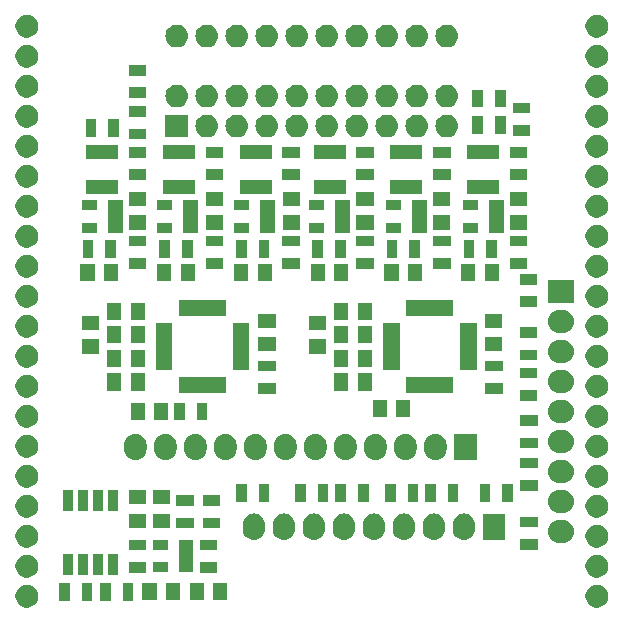
<source format=gts>
G04 #@! TF.FileFunction,Soldermask,Top*
%FSLAX46Y46*%
G04 Gerber Fmt 4.6, Leading zero omitted, Abs format (unit mm)*
G04 Created by KiCad (PCBNEW 4.0.2-stable) date Tue 04 Oct 2016 01:03:21 PM CEST*
%MOMM*%
G01*
G04 APERTURE LIST*
%ADD10C,0.100000*%
G04 APERTURE END LIST*
D10*
G36*
X75971211Y-123167040D02*
X76156325Y-123205039D01*
X76330528Y-123278267D01*
X76487194Y-123383939D01*
X76620352Y-123518031D01*
X76724929Y-123675430D01*
X76796937Y-123850137D01*
X76833575Y-124035170D01*
X76833575Y-124035180D01*
X76833641Y-124035514D01*
X76830627Y-124251355D01*
X76830551Y-124251689D01*
X76830551Y-124251701D01*
X76788764Y-124435630D01*
X76711901Y-124608266D01*
X76602969Y-124762685D01*
X76466123Y-124893003D01*
X76306570Y-124994258D01*
X76130385Y-125062597D01*
X75944287Y-125095410D01*
X75755356Y-125091453D01*
X75570786Y-125050873D01*
X75397623Y-124975220D01*
X75242449Y-124867371D01*
X75111176Y-124731433D01*
X75008811Y-124572594D01*
X74939245Y-124396892D01*
X74905131Y-124211019D01*
X74907770Y-124022067D01*
X74947058Y-123837228D01*
X75021504Y-123663535D01*
X75128267Y-123507612D01*
X75263284Y-123375393D01*
X75421407Y-123271920D01*
X75596619Y-123201130D01*
X75782240Y-123165721D01*
X75971211Y-123167040D01*
X75971211Y-123167040D01*
G37*
G36*
X124231211Y-123167040D02*
X124416325Y-123205039D01*
X124590528Y-123278267D01*
X124747194Y-123383939D01*
X124880352Y-123518031D01*
X124984929Y-123675430D01*
X125056937Y-123850137D01*
X125093575Y-124035170D01*
X125093575Y-124035180D01*
X125093641Y-124035514D01*
X125090627Y-124251355D01*
X125090551Y-124251689D01*
X125090551Y-124251701D01*
X125048764Y-124435630D01*
X124971901Y-124608266D01*
X124862969Y-124762685D01*
X124726123Y-124893003D01*
X124566570Y-124994258D01*
X124390385Y-125062597D01*
X124204287Y-125095410D01*
X124015356Y-125091453D01*
X123830786Y-125050873D01*
X123657623Y-124975220D01*
X123502449Y-124867371D01*
X123371176Y-124731433D01*
X123268811Y-124572594D01*
X123199245Y-124396892D01*
X123165131Y-124211019D01*
X123167770Y-124022067D01*
X123207058Y-123837228D01*
X123281504Y-123663535D01*
X123388267Y-123507612D01*
X123523284Y-123375393D01*
X123681407Y-123271920D01*
X123856619Y-123201130D01*
X124042240Y-123165721D01*
X124231211Y-123167040D01*
X124231211Y-123167040D01*
G37*
G36*
X83000000Y-124500000D02*
X82100000Y-124500000D01*
X82100000Y-123000000D01*
X83000000Y-123000000D01*
X83000000Y-124500000D01*
X83000000Y-124500000D01*
G37*
G36*
X84900000Y-124500000D02*
X84000000Y-124500000D01*
X84000000Y-123000000D01*
X84900000Y-123000000D01*
X84900000Y-124500000D01*
X84900000Y-124500000D01*
G37*
G36*
X79500000Y-124500000D02*
X78600000Y-124500000D01*
X78600000Y-123000000D01*
X79500000Y-123000000D01*
X79500000Y-124500000D01*
X79500000Y-124500000D01*
G37*
G36*
X81400000Y-124500000D02*
X80500000Y-124500000D01*
X80500000Y-123000000D01*
X81400000Y-123000000D01*
X81400000Y-124500000D01*
X81400000Y-124500000D01*
G37*
G36*
X86850000Y-124475000D02*
X85650000Y-124475000D01*
X85650000Y-123025000D01*
X86850000Y-123025000D01*
X86850000Y-124475000D01*
X86850000Y-124475000D01*
G37*
G36*
X88850000Y-124475000D02*
X87650000Y-124475000D01*
X87650000Y-123025000D01*
X88850000Y-123025000D01*
X88850000Y-124475000D01*
X88850000Y-124475000D01*
G37*
G36*
X90850000Y-124475000D02*
X89650000Y-124475000D01*
X89650000Y-123025000D01*
X90850000Y-123025000D01*
X90850000Y-124475000D01*
X90850000Y-124475000D01*
G37*
G36*
X92850000Y-124475000D02*
X91650000Y-124475000D01*
X91650000Y-123025000D01*
X92850000Y-123025000D01*
X92850000Y-124475000D01*
X92850000Y-124475000D01*
G37*
G36*
X75971211Y-120627040D02*
X76156325Y-120665039D01*
X76330528Y-120738267D01*
X76487194Y-120843939D01*
X76620352Y-120978031D01*
X76724929Y-121135430D01*
X76796937Y-121310137D01*
X76833575Y-121495170D01*
X76833575Y-121495180D01*
X76833641Y-121495514D01*
X76830627Y-121711355D01*
X76830551Y-121711689D01*
X76830551Y-121711701D01*
X76788764Y-121895630D01*
X76711901Y-122068266D01*
X76602969Y-122222685D01*
X76466123Y-122353003D01*
X76306570Y-122454258D01*
X76130385Y-122522597D01*
X75944287Y-122555410D01*
X75755356Y-122551453D01*
X75570786Y-122510873D01*
X75397623Y-122435220D01*
X75242449Y-122327371D01*
X75111176Y-122191433D01*
X75008811Y-122032594D01*
X74939245Y-121856892D01*
X74905131Y-121671019D01*
X74907770Y-121482067D01*
X74947058Y-121297228D01*
X75021504Y-121123535D01*
X75128267Y-120967612D01*
X75263284Y-120835393D01*
X75421407Y-120731920D01*
X75596619Y-120661130D01*
X75782240Y-120625721D01*
X75971211Y-120627040D01*
X75971211Y-120627040D01*
G37*
G36*
X124231211Y-120627040D02*
X124416325Y-120665039D01*
X124590528Y-120738267D01*
X124747194Y-120843939D01*
X124880352Y-120978031D01*
X124984929Y-121135430D01*
X125056937Y-121310137D01*
X125093575Y-121495170D01*
X125093575Y-121495180D01*
X125093641Y-121495514D01*
X125090627Y-121711355D01*
X125090551Y-121711689D01*
X125090551Y-121711701D01*
X125048764Y-121895630D01*
X124971901Y-122068266D01*
X124862969Y-122222685D01*
X124726123Y-122353003D01*
X124566570Y-122454258D01*
X124390385Y-122522597D01*
X124204287Y-122555410D01*
X124015356Y-122551453D01*
X123830786Y-122510873D01*
X123657623Y-122435220D01*
X123502449Y-122327371D01*
X123371176Y-122191433D01*
X123268811Y-122032594D01*
X123199245Y-121856892D01*
X123165131Y-121671019D01*
X123167770Y-121482067D01*
X123207058Y-121297228D01*
X123281504Y-121123535D01*
X123388267Y-120967612D01*
X123523284Y-120835393D01*
X123681407Y-120731920D01*
X123856619Y-120661130D01*
X124042240Y-120625721D01*
X124231211Y-120627040D01*
X124231211Y-120627040D01*
G37*
G36*
X83555000Y-122325000D02*
X82755000Y-122325000D01*
X82755000Y-120575000D01*
X83555000Y-120575000D01*
X83555000Y-122325000D01*
X83555000Y-122325000D01*
G37*
G36*
X82285000Y-122325000D02*
X81485000Y-122325000D01*
X81485000Y-120575000D01*
X82285000Y-120575000D01*
X82285000Y-122325000D01*
X82285000Y-122325000D01*
G37*
G36*
X81015000Y-122325000D02*
X80215000Y-122325000D01*
X80215000Y-120575000D01*
X81015000Y-120575000D01*
X81015000Y-122325000D01*
X81015000Y-122325000D01*
G37*
G36*
X79745000Y-122325000D02*
X78945000Y-122325000D01*
X78945000Y-120575000D01*
X79745000Y-120575000D01*
X79745000Y-122325000D01*
X79745000Y-122325000D01*
G37*
G36*
X92000000Y-122150000D02*
X90500000Y-122150000D01*
X90500000Y-121250000D01*
X92000000Y-121250000D01*
X92000000Y-122150000D01*
X92000000Y-122150000D01*
G37*
G36*
X86000000Y-122150000D02*
X84500000Y-122150000D01*
X84500000Y-121250000D01*
X86000000Y-121250000D01*
X86000000Y-122150000D01*
X86000000Y-122150000D01*
G37*
G36*
X87780000Y-122125000D02*
X86520000Y-122125000D01*
X86520000Y-121275000D01*
X87780000Y-121275000D01*
X87780000Y-122125000D01*
X87780000Y-122125000D01*
G37*
G36*
X89980000Y-122125000D02*
X88720000Y-122125000D01*
X88720000Y-119375000D01*
X89980000Y-119375000D01*
X89980000Y-122125000D01*
X89980000Y-122125000D01*
G37*
G36*
X92000000Y-120250000D02*
X90500000Y-120250000D01*
X90500000Y-119350000D01*
X92000000Y-119350000D01*
X92000000Y-120250000D01*
X92000000Y-120250000D01*
G37*
G36*
X86000000Y-120250000D02*
X84500000Y-120250000D01*
X84500000Y-119350000D01*
X86000000Y-119350000D01*
X86000000Y-120250000D01*
X86000000Y-120250000D01*
G37*
G36*
X87780000Y-120225000D02*
X86520000Y-120225000D01*
X86520000Y-119375000D01*
X87780000Y-119375000D01*
X87780000Y-120225000D01*
X87780000Y-120225000D01*
G37*
G36*
X119150000Y-120200000D02*
X117650000Y-120200000D01*
X117650000Y-119300000D01*
X119150000Y-119300000D01*
X119150000Y-120200000D01*
X119150000Y-120200000D01*
G37*
G36*
X124231211Y-118087040D02*
X124416325Y-118125039D01*
X124590528Y-118198267D01*
X124747194Y-118303939D01*
X124880352Y-118438031D01*
X124984929Y-118595430D01*
X125056937Y-118770137D01*
X125093575Y-118955170D01*
X125093575Y-118955180D01*
X125093641Y-118955514D01*
X125090627Y-119171355D01*
X125090551Y-119171689D01*
X125090551Y-119171701D01*
X125048764Y-119355630D01*
X124971901Y-119528266D01*
X124862969Y-119682685D01*
X124726123Y-119813003D01*
X124566570Y-119914258D01*
X124390385Y-119982597D01*
X124204287Y-120015410D01*
X124015356Y-120011453D01*
X123830786Y-119970873D01*
X123657623Y-119895220D01*
X123502449Y-119787371D01*
X123371176Y-119651433D01*
X123268811Y-119492594D01*
X123199245Y-119316892D01*
X123165131Y-119131019D01*
X123167770Y-118942067D01*
X123207058Y-118757228D01*
X123281504Y-118583535D01*
X123388267Y-118427612D01*
X123523284Y-118295393D01*
X123681407Y-118191920D01*
X123856619Y-118121130D01*
X124042240Y-118085721D01*
X124231211Y-118087040D01*
X124231211Y-118087040D01*
G37*
G36*
X75971211Y-118087040D02*
X76156325Y-118125039D01*
X76330528Y-118198267D01*
X76487194Y-118303939D01*
X76620352Y-118438031D01*
X76724929Y-118595430D01*
X76796937Y-118770137D01*
X76833575Y-118955170D01*
X76833575Y-118955180D01*
X76833641Y-118955514D01*
X76830627Y-119171355D01*
X76830551Y-119171689D01*
X76830551Y-119171701D01*
X76788764Y-119355630D01*
X76711901Y-119528266D01*
X76602969Y-119682685D01*
X76466123Y-119813003D01*
X76306570Y-119914258D01*
X76130385Y-119982597D01*
X75944287Y-120015410D01*
X75755356Y-120011453D01*
X75570786Y-119970873D01*
X75397623Y-119895220D01*
X75242449Y-119787371D01*
X75111176Y-119651433D01*
X75008811Y-119492594D01*
X74939245Y-119316892D01*
X74905131Y-119131019D01*
X74907770Y-118942067D01*
X74947058Y-118757228D01*
X75021504Y-118583535D01*
X75128267Y-118427612D01*
X75263284Y-118295393D01*
X75421407Y-118191920D01*
X75596619Y-118121130D01*
X75782240Y-118085721D01*
X75971211Y-118087040D01*
X75971211Y-118087040D01*
G37*
G36*
X121265058Y-117696451D02*
X121271254Y-117696494D01*
X121458144Y-117717457D01*
X121637402Y-117774321D01*
X121802202Y-117864921D01*
X121946266Y-117985804D01*
X122064106Y-118132368D01*
X122151234Y-118299029D01*
X122204332Y-118479439D01*
X122204336Y-118479478D01*
X122204338Y-118479486D01*
X122221379Y-118666725D01*
X122201726Y-118853710D01*
X122201723Y-118853719D01*
X122201719Y-118853759D01*
X122146107Y-119033410D01*
X122056661Y-119198838D01*
X121936786Y-119343742D01*
X121791048Y-119462603D01*
X121624999Y-119550893D01*
X121444964Y-119605248D01*
X121257800Y-119623600D01*
X120942165Y-119623600D01*
X120934942Y-119623549D01*
X120928746Y-119623506D01*
X120741856Y-119602543D01*
X120562598Y-119545679D01*
X120397798Y-119455079D01*
X120253734Y-119334196D01*
X120135894Y-119187632D01*
X120048766Y-119020971D01*
X119995668Y-118840561D01*
X119995664Y-118840522D01*
X119995662Y-118840514D01*
X119978621Y-118653275D01*
X119998274Y-118466290D01*
X119998277Y-118466281D01*
X119998281Y-118466241D01*
X120053893Y-118286590D01*
X120143339Y-118121162D01*
X120263214Y-117976258D01*
X120408952Y-117857397D01*
X120575001Y-117769107D01*
X120755036Y-117714752D01*
X120942200Y-117696400D01*
X121257835Y-117696400D01*
X121265058Y-117696451D01*
X121265058Y-117696451D01*
G37*
G36*
X97833710Y-117148274D02*
X97833719Y-117148277D01*
X97833759Y-117148281D01*
X98013410Y-117203893D01*
X98178838Y-117293339D01*
X98323742Y-117413214D01*
X98442603Y-117558952D01*
X98530893Y-117725001D01*
X98585248Y-117905036D01*
X98603600Y-118092200D01*
X98603600Y-118407800D01*
X98603506Y-118421254D01*
X98582543Y-118608144D01*
X98525679Y-118787402D01*
X98435079Y-118952202D01*
X98314196Y-119096266D01*
X98167632Y-119214106D01*
X98000971Y-119301234D01*
X97820561Y-119354332D01*
X97820522Y-119354336D01*
X97820514Y-119354338D01*
X97633275Y-119371379D01*
X97446290Y-119351726D01*
X97446281Y-119351723D01*
X97446241Y-119351719D01*
X97266590Y-119296107D01*
X97101162Y-119206661D01*
X96956258Y-119086786D01*
X96837397Y-118941048D01*
X96749107Y-118774999D01*
X96694752Y-118594964D01*
X96676400Y-118407800D01*
X96676400Y-118092200D01*
X96676494Y-118078746D01*
X96697457Y-117891856D01*
X96754321Y-117712598D01*
X96844921Y-117547798D01*
X96965804Y-117403734D01*
X97112368Y-117285894D01*
X97279029Y-117198766D01*
X97459439Y-117145668D01*
X97459478Y-117145664D01*
X97459486Y-117145662D01*
X97646725Y-117128621D01*
X97833710Y-117148274D01*
X97833710Y-117148274D01*
G37*
G36*
X110533710Y-117148274D02*
X110533719Y-117148277D01*
X110533759Y-117148281D01*
X110713410Y-117203893D01*
X110878838Y-117293339D01*
X111023742Y-117413214D01*
X111142603Y-117558952D01*
X111230893Y-117725001D01*
X111285248Y-117905036D01*
X111303600Y-118092200D01*
X111303600Y-118407800D01*
X111303506Y-118421254D01*
X111282543Y-118608144D01*
X111225679Y-118787402D01*
X111135079Y-118952202D01*
X111014196Y-119096266D01*
X110867632Y-119214106D01*
X110700971Y-119301234D01*
X110520561Y-119354332D01*
X110520522Y-119354336D01*
X110520514Y-119354338D01*
X110333275Y-119371379D01*
X110146290Y-119351726D01*
X110146281Y-119351723D01*
X110146241Y-119351719D01*
X109966590Y-119296107D01*
X109801162Y-119206661D01*
X109656258Y-119086786D01*
X109537397Y-118941048D01*
X109449107Y-118774999D01*
X109394752Y-118594964D01*
X109376400Y-118407800D01*
X109376400Y-118092200D01*
X109376494Y-118078746D01*
X109397457Y-117891856D01*
X109454321Y-117712598D01*
X109544921Y-117547798D01*
X109665804Y-117403734D01*
X109812368Y-117285894D01*
X109979029Y-117198766D01*
X110159439Y-117145668D01*
X110159478Y-117145664D01*
X110159486Y-117145662D01*
X110346725Y-117128621D01*
X110533710Y-117148274D01*
X110533710Y-117148274D01*
G37*
G36*
X107993710Y-117148274D02*
X107993719Y-117148277D01*
X107993759Y-117148281D01*
X108173410Y-117203893D01*
X108338838Y-117293339D01*
X108483742Y-117413214D01*
X108602603Y-117558952D01*
X108690893Y-117725001D01*
X108745248Y-117905036D01*
X108763600Y-118092200D01*
X108763600Y-118407800D01*
X108763506Y-118421254D01*
X108742543Y-118608144D01*
X108685679Y-118787402D01*
X108595079Y-118952202D01*
X108474196Y-119096266D01*
X108327632Y-119214106D01*
X108160971Y-119301234D01*
X107980561Y-119354332D01*
X107980522Y-119354336D01*
X107980514Y-119354338D01*
X107793275Y-119371379D01*
X107606290Y-119351726D01*
X107606281Y-119351723D01*
X107606241Y-119351719D01*
X107426590Y-119296107D01*
X107261162Y-119206661D01*
X107116258Y-119086786D01*
X106997397Y-118941048D01*
X106909107Y-118774999D01*
X106854752Y-118594964D01*
X106836400Y-118407800D01*
X106836400Y-118092200D01*
X106836494Y-118078746D01*
X106857457Y-117891856D01*
X106914321Y-117712598D01*
X107004921Y-117547798D01*
X107125804Y-117403734D01*
X107272368Y-117285894D01*
X107439029Y-117198766D01*
X107619439Y-117145668D01*
X107619478Y-117145664D01*
X107619486Y-117145662D01*
X107806725Y-117128621D01*
X107993710Y-117148274D01*
X107993710Y-117148274D01*
G37*
G36*
X105453710Y-117148274D02*
X105453719Y-117148277D01*
X105453759Y-117148281D01*
X105633410Y-117203893D01*
X105798838Y-117293339D01*
X105943742Y-117413214D01*
X106062603Y-117558952D01*
X106150893Y-117725001D01*
X106205248Y-117905036D01*
X106223600Y-118092200D01*
X106223600Y-118407800D01*
X106223506Y-118421254D01*
X106202543Y-118608144D01*
X106145679Y-118787402D01*
X106055079Y-118952202D01*
X105934196Y-119096266D01*
X105787632Y-119214106D01*
X105620971Y-119301234D01*
X105440561Y-119354332D01*
X105440522Y-119354336D01*
X105440514Y-119354338D01*
X105253275Y-119371379D01*
X105066290Y-119351726D01*
X105066281Y-119351723D01*
X105066241Y-119351719D01*
X104886590Y-119296107D01*
X104721162Y-119206661D01*
X104576258Y-119086786D01*
X104457397Y-118941048D01*
X104369107Y-118774999D01*
X104314752Y-118594964D01*
X104296400Y-118407800D01*
X104296400Y-118092200D01*
X104296494Y-118078746D01*
X104317457Y-117891856D01*
X104374321Y-117712598D01*
X104464921Y-117547798D01*
X104585804Y-117403734D01*
X104732368Y-117285894D01*
X104899029Y-117198766D01*
X105079439Y-117145668D01*
X105079478Y-117145664D01*
X105079486Y-117145662D01*
X105266725Y-117128621D01*
X105453710Y-117148274D01*
X105453710Y-117148274D01*
G37*
G36*
X113073710Y-117148274D02*
X113073719Y-117148277D01*
X113073759Y-117148281D01*
X113253410Y-117203893D01*
X113418838Y-117293339D01*
X113563742Y-117413214D01*
X113682603Y-117558952D01*
X113770893Y-117725001D01*
X113825248Y-117905036D01*
X113843600Y-118092200D01*
X113843600Y-118407800D01*
X113843506Y-118421254D01*
X113822543Y-118608144D01*
X113765679Y-118787402D01*
X113675079Y-118952202D01*
X113554196Y-119096266D01*
X113407632Y-119214106D01*
X113240971Y-119301234D01*
X113060561Y-119354332D01*
X113060522Y-119354336D01*
X113060514Y-119354338D01*
X112873275Y-119371379D01*
X112686290Y-119351726D01*
X112686281Y-119351723D01*
X112686241Y-119351719D01*
X112506590Y-119296107D01*
X112341162Y-119206661D01*
X112196258Y-119086786D01*
X112077397Y-118941048D01*
X111989107Y-118774999D01*
X111934752Y-118594964D01*
X111916400Y-118407800D01*
X111916400Y-118092200D01*
X111916494Y-118078746D01*
X111937457Y-117891856D01*
X111994321Y-117712598D01*
X112084921Y-117547798D01*
X112205804Y-117403734D01*
X112352368Y-117285894D01*
X112519029Y-117198766D01*
X112699439Y-117145668D01*
X112699478Y-117145664D01*
X112699486Y-117145662D01*
X112886725Y-117128621D01*
X113073710Y-117148274D01*
X113073710Y-117148274D01*
G37*
G36*
X102913710Y-117148274D02*
X102913719Y-117148277D01*
X102913759Y-117148281D01*
X103093410Y-117203893D01*
X103258838Y-117293339D01*
X103403742Y-117413214D01*
X103522603Y-117558952D01*
X103610893Y-117725001D01*
X103665248Y-117905036D01*
X103683600Y-118092200D01*
X103683600Y-118407800D01*
X103683506Y-118421254D01*
X103662543Y-118608144D01*
X103605679Y-118787402D01*
X103515079Y-118952202D01*
X103394196Y-119096266D01*
X103247632Y-119214106D01*
X103080971Y-119301234D01*
X102900561Y-119354332D01*
X102900522Y-119354336D01*
X102900514Y-119354338D01*
X102713275Y-119371379D01*
X102526290Y-119351726D01*
X102526281Y-119351723D01*
X102526241Y-119351719D01*
X102346590Y-119296107D01*
X102181162Y-119206661D01*
X102036258Y-119086786D01*
X101917397Y-118941048D01*
X101829107Y-118774999D01*
X101774752Y-118594964D01*
X101756400Y-118407800D01*
X101756400Y-118092200D01*
X101756494Y-118078746D01*
X101777457Y-117891856D01*
X101834321Y-117712598D01*
X101924921Y-117547798D01*
X102045804Y-117403734D01*
X102192368Y-117285894D01*
X102359029Y-117198766D01*
X102539439Y-117145668D01*
X102539478Y-117145664D01*
X102539486Y-117145662D01*
X102726725Y-117128621D01*
X102913710Y-117148274D01*
X102913710Y-117148274D01*
G37*
G36*
X100373710Y-117148274D02*
X100373719Y-117148277D01*
X100373759Y-117148281D01*
X100553410Y-117203893D01*
X100718838Y-117293339D01*
X100863742Y-117413214D01*
X100982603Y-117558952D01*
X101070893Y-117725001D01*
X101125248Y-117905036D01*
X101143600Y-118092200D01*
X101143600Y-118407800D01*
X101143506Y-118421254D01*
X101122543Y-118608144D01*
X101065679Y-118787402D01*
X100975079Y-118952202D01*
X100854196Y-119096266D01*
X100707632Y-119214106D01*
X100540971Y-119301234D01*
X100360561Y-119354332D01*
X100360522Y-119354336D01*
X100360514Y-119354338D01*
X100173275Y-119371379D01*
X99986290Y-119351726D01*
X99986281Y-119351723D01*
X99986241Y-119351719D01*
X99806590Y-119296107D01*
X99641162Y-119206661D01*
X99496258Y-119086786D01*
X99377397Y-118941048D01*
X99289107Y-118774999D01*
X99234752Y-118594964D01*
X99216400Y-118407800D01*
X99216400Y-118092200D01*
X99216494Y-118078746D01*
X99237457Y-117891856D01*
X99294321Y-117712598D01*
X99384921Y-117547798D01*
X99505804Y-117403734D01*
X99652368Y-117285894D01*
X99819029Y-117198766D01*
X99999439Y-117145668D01*
X99999478Y-117145664D01*
X99999486Y-117145662D01*
X100186725Y-117128621D01*
X100373710Y-117148274D01*
X100373710Y-117148274D01*
G37*
G36*
X95293710Y-117148274D02*
X95293719Y-117148277D01*
X95293759Y-117148281D01*
X95473410Y-117203893D01*
X95638838Y-117293339D01*
X95783742Y-117413214D01*
X95902603Y-117558952D01*
X95990893Y-117725001D01*
X96045248Y-117905036D01*
X96063600Y-118092200D01*
X96063600Y-118407800D01*
X96063506Y-118421254D01*
X96042543Y-118608144D01*
X95985679Y-118787402D01*
X95895079Y-118952202D01*
X95774196Y-119096266D01*
X95627632Y-119214106D01*
X95460971Y-119301234D01*
X95280561Y-119354332D01*
X95280522Y-119354336D01*
X95280514Y-119354338D01*
X95093275Y-119371379D01*
X94906290Y-119351726D01*
X94906281Y-119351723D01*
X94906241Y-119351719D01*
X94726590Y-119296107D01*
X94561162Y-119206661D01*
X94416258Y-119086786D01*
X94297397Y-118941048D01*
X94209107Y-118774999D01*
X94154752Y-118594964D01*
X94136400Y-118407800D01*
X94136400Y-118092200D01*
X94136494Y-118078746D01*
X94157457Y-117891856D01*
X94214321Y-117712598D01*
X94304921Y-117547798D01*
X94425804Y-117403734D01*
X94572368Y-117285894D01*
X94739029Y-117198766D01*
X94919439Y-117145668D01*
X94919478Y-117145664D01*
X94919486Y-117145662D01*
X95106725Y-117128621D01*
X95293710Y-117148274D01*
X95293710Y-117148274D01*
G37*
G36*
X116383600Y-119366000D02*
X114456400Y-119366000D01*
X114456400Y-117134000D01*
X116383600Y-117134000D01*
X116383600Y-119366000D01*
X116383600Y-119366000D01*
G37*
G36*
X90000000Y-118400000D02*
X88500000Y-118400000D01*
X88500000Y-117500000D01*
X90000000Y-117500000D01*
X90000000Y-118400000D01*
X90000000Y-118400000D01*
G37*
G36*
X92250000Y-118400000D02*
X90750000Y-118400000D01*
X90750000Y-117500000D01*
X92250000Y-117500000D01*
X92250000Y-118400000D01*
X92250000Y-118400000D01*
G37*
G36*
X87975000Y-118350000D02*
X86525000Y-118350000D01*
X86525000Y-117150000D01*
X87975000Y-117150000D01*
X87975000Y-118350000D01*
X87975000Y-118350000D01*
G37*
G36*
X85975000Y-118350000D02*
X84525000Y-118350000D01*
X84525000Y-117150000D01*
X85975000Y-117150000D01*
X85975000Y-118350000D01*
X85975000Y-118350000D01*
G37*
G36*
X119150000Y-118300000D02*
X117650000Y-118300000D01*
X117650000Y-117400000D01*
X119150000Y-117400000D01*
X119150000Y-118300000D01*
X119150000Y-118300000D01*
G37*
G36*
X75971211Y-115547040D02*
X76156325Y-115585039D01*
X76330528Y-115658267D01*
X76487194Y-115763939D01*
X76620352Y-115898031D01*
X76724929Y-116055430D01*
X76796937Y-116230137D01*
X76833575Y-116415170D01*
X76833575Y-116415180D01*
X76833641Y-116415514D01*
X76830627Y-116631355D01*
X76830551Y-116631689D01*
X76830551Y-116631701D01*
X76788764Y-116815630D01*
X76711901Y-116988266D01*
X76602969Y-117142685D01*
X76466123Y-117273003D01*
X76306570Y-117374258D01*
X76130385Y-117442597D01*
X75944287Y-117475410D01*
X75755356Y-117471453D01*
X75570786Y-117430873D01*
X75397623Y-117355220D01*
X75242449Y-117247371D01*
X75111176Y-117111433D01*
X75008811Y-116952594D01*
X74939245Y-116776892D01*
X74905131Y-116591019D01*
X74907770Y-116402067D01*
X74947058Y-116217228D01*
X75021504Y-116043535D01*
X75128267Y-115887612D01*
X75263284Y-115755393D01*
X75421407Y-115651920D01*
X75596619Y-115581130D01*
X75782240Y-115545721D01*
X75971211Y-115547040D01*
X75971211Y-115547040D01*
G37*
G36*
X124231211Y-115547040D02*
X124416325Y-115585039D01*
X124590528Y-115658267D01*
X124747194Y-115763939D01*
X124880352Y-115898031D01*
X124984929Y-116055430D01*
X125056937Y-116230137D01*
X125093575Y-116415170D01*
X125093575Y-116415180D01*
X125093641Y-116415514D01*
X125090627Y-116631355D01*
X125090551Y-116631689D01*
X125090551Y-116631701D01*
X125048764Y-116815630D01*
X124971901Y-116988266D01*
X124862969Y-117142685D01*
X124726123Y-117273003D01*
X124566570Y-117374258D01*
X124390385Y-117442597D01*
X124204287Y-117475410D01*
X124015356Y-117471453D01*
X123830786Y-117430873D01*
X123657623Y-117355220D01*
X123502449Y-117247371D01*
X123371176Y-117111433D01*
X123268811Y-116952594D01*
X123199245Y-116776892D01*
X123165131Y-116591019D01*
X123167770Y-116402067D01*
X123207058Y-116217228D01*
X123281504Y-116043535D01*
X123388267Y-115887612D01*
X123523284Y-115755393D01*
X123681407Y-115651920D01*
X123856619Y-115581130D01*
X124042240Y-115545721D01*
X124231211Y-115547040D01*
X124231211Y-115547040D01*
G37*
G36*
X121265058Y-115156451D02*
X121271254Y-115156494D01*
X121458144Y-115177457D01*
X121637402Y-115234321D01*
X121802202Y-115324921D01*
X121946266Y-115445804D01*
X122064106Y-115592368D01*
X122151234Y-115759029D01*
X122204332Y-115939439D01*
X122204336Y-115939478D01*
X122204338Y-115939486D01*
X122221379Y-116126725D01*
X122201726Y-116313710D01*
X122201723Y-116313719D01*
X122201719Y-116313759D01*
X122146107Y-116493410D01*
X122056661Y-116658838D01*
X121936786Y-116803742D01*
X121791048Y-116922603D01*
X121624999Y-117010893D01*
X121444964Y-117065248D01*
X121257800Y-117083600D01*
X120942165Y-117083600D01*
X120934942Y-117083549D01*
X120928746Y-117083506D01*
X120741856Y-117062543D01*
X120562598Y-117005679D01*
X120397798Y-116915079D01*
X120253734Y-116794196D01*
X120135894Y-116647632D01*
X120048766Y-116480971D01*
X119995668Y-116300561D01*
X119995664Y-116300522D01*
X119995662Y-116300514D01*
X119978621Y-116113275D01*
X119998274Y-115926290D01*
X119998277Y-115926281D01*
X119998281Y-115926241D01*
X120053893Y-115746590D01*
X120143339Y-115581162D01*
X120263214Y-115436258D01*
X120408952Y-115317397D01*
X120575001Y-115229107D01*
X120755036Y-115174752D01*
X120942200Y-115156400D01*
X121257835Y-115156400D01*
X121265058Y-115156451D01*
X121265058Y-115156451D01*
G37*
G36*
X82285000Y-116925000D02*
X81485000Y-116925000D01*
X81485000Y-115175000D01*
X82285000Y-115175000D01*
X82285000Y-116925000D01*
X82285000Y-116925000D01*
G37*
G36*
X81015000Y-116925000D02*
X80215000Y-116925000D01*
X80215000Y-115175000D01*
X81015000Y-115175000D01*
X81015000Y-116925000D01*
X81015000Y-116925000D01*
G37*
G36*
X79745000Y-116925000D02*
X78945000Y-116925000D01*
X78945000Y-115175000D01*
X79745000Y-115175000D01*
X79745000Y-116925000D01*
X79745000Y-116925000D01*
G37*
G36*
X83555000Y-116925000D02*
X82755000Y-116925000D01*
X82755000Y-115175000D01*
X83555000Y-115175000D01*
X83555000Y-116925000D01*
X83555000Y-116925000D01*
G37*
G36*
X90000000Y-116500000D02*
X88500000Y-116500000D01*
X88500000Y-115600000D01*
X90000000Y-115600000D01*
X90000000Y-116500000D01*
X90000000Y-116500000D01*
G37*
G36*
X92250000Y-116500000D02*
X90750000Y-116500000D01*
X90750000Y-115600000D01*
X92250000Y-115600000D01*
X92250000Y-116500000D01*
X92250000Y-116500000D01*
G37*
G36*
X87975000Y-116350000D02*
X86525000Y-116350000D01*
X86525000Y-115150000D01*
X87975000Y-115150000D01*
X87975000Y-116350000D01*
X87975000Y-116350000D01*
G37*
G36*
X85975000Y-116350000D02*
X84525000Y-116350000D01*
X84525000Y-115150000D01*
X85975000Y-115150000D01*
X85975000Y-116350000D01*
X85975000Y-116350000D01*
G37*
G36*
X101400000Y-116150000D02*
X100500000Y-116150000D01*
X100500000Y-114650000D01*
X101400000Y-114650000D01*
X101400000Y-116150000D01*
X101400000Y-116150000D01*
G37*
G36*
X107100000Y-116150000D02*
X106200000Y-116150000D01*
X106200000Y-114650000D01*
X107100000Y-114650000D01*
X107100000Y-116150000D01*
X107100000Y-116150000D01*
G37*
G36*
X109000000Y-116150000D02*
X108100000Y-116150000D01*
X108100000Y-114650000D01*
X109000000Y-114650000D01*
X109000000Y-116150000D01*
X109000000Y-116150000D01*
G37*
G36*
X112400000Y-116150000D02*
X111500000Y-116150000D01*
X111500000Y-114650000D01*
X112400000Y-114650000D01*
X112400000Y-116150000D01*
X112400000Y-116150000D01*
G37*
G36*
X110500000Y-116150000D02*
X109600000Y-116150000D01*
X109600000Y-114650000D01*
X110500000Y-114650000D01*
X110500000Y-116150000D01*
X110500000Y-116150000D01*
G37*
G36*
X117000000Y-116150000D02*
X116100000Y-116150000D01*
X116100000Y-114650000D01*
X117000000Y-114650000D01*
X117000000Y-116150000D01*
X117000000Y-116150000D01*
G37*
G36*
X94500000Y-116150000D02*
X93600000Y-116150000D01*
X93600000Y-114650000D01*
X94500000Y-114650000D01*
X94500000Y-116150000D01*
X94500000Y-116150000D01*
G37*
G36*
X96400000Y-116150000D02*
X95500000Y-116150000D01*
X95500000Y-114650000D01*
X96400000Y-114650000D01*
X96400000Y-116150000D01*
X96400000Y-116150000D01*
G37*
G36*
X99500000Y-116150000D02*
X98600000Y-116150000D01*
X98600000Y-114650000D01*
X99500000Y-114650000D01*
X99500000Y-116150000D01*
X99500000Y-116150000D01*
G37*
G36*
X102900000Y-116150000D02*
X102000000Y-116150000D01*
X102000000Y-114650000D01*
X102900000Y-114650000D01*
X102900000Y-116150000D01*
X102900000Y-116150000D01*
G37*
G36*
X104800000Y-116150000D02*
X103900000Y-116150000D01*
X103900000Y-114650000D01*
X104800000Y-114650000D01*
X104800000Y-116150000D01*
X104800000Y-116150000D01*
G37*
G36*
X115100000Y-116150000D02*
X114200000Y-116150000D01*
X114200000Y-114650000D01*
X115100000Y-114650000D01*
X115100000Y-116150000D01*
X115100000Y-116150000D01*
G37*
G36*
X119150000Y-115200000D02*
X117650000Y-115200000D01*
X117650000Y-114300000D01*
X119150000Y-114300000D01*
X119150000Y-115200000D01*
X119150000Y-115200000D01*
G37*
G36*
X124231211Y-113007040D02*
X124416325Y-113045039D01*
X124590528Y-113118267D01*
X124747194Y-113223939D01*
X124880352Y-113358031D01*
X124984929Y-113515430D01*
X125056937Y-113690137D01*
X125093575Y-113875170D01*
X125093575Y-113875180D01*
X125093641Y-113875514D01*
X125090627Y-114091355D01*
X125090551Y-114091689D01*
X125090551Y-114091701D01*
X125048764Y-114275630D01*
X124971901Y-114448266D01*
X124862969Y-114602685D01*
X124726123Y-114733003D01*
X124566570Y-114834258D01*
X124390385Y-114902597D01*
X124204287Y-114935410D01*
X124015356Y-114931453D01*
X123830786Y-114890873D01*
X123657623Y-114815220D01*
X123502449Y-114707371D01*
X123371176Y-114571433D01*
X123268811Y-114412594D01*
X123199245Y-114236892D01*
X123165131Y-114051019D01*
X123167770Y-113862067D01*
X123207058Y-113677228D01*
X123281504Y-113503535D01*
X123388267Y-113347612D01*
X123523284Y-113215393D01*
X123681407Y-113111920D01*
X123856619Y-113041130D01*
X124042240Y-113005721D01*
X124231211Y-113007040D01*
X124231211Y-113007040D01*
G37*
G36*
X75971211Y-113007040D02*
X76156325Y-113045039D01*
X76330528Y-113118267D01*
X76487194Y-113223939D01*
X76620352Y-113358031D01*
X76724929Y-113515430D01*
X76796937Y-113690137D01*
X76833575Y-113875170D01*
X76833575Y-113875180D01*
X76833641Y-113875514D01*
X76830627Y-114091355D01*
X76830551Y-114091689D01*
X76830551Y-114091701D01*
X76788764Y-114275630D01*
X76711901Y-114448266D01*
X76602969Y-114602685D01*
X76466123Y-114733003D01*
X76306570Y-114834258D01*
X76130385Y-114902597D01*
X75944287Y-114935410D01*
X75755356Y-114931453D01*
X75570786Y-114890873D01*
X75397623Y-114815220D01*
X75242449Y-114707371D01*
X75111176Y-114571433D01*
X75008811Y-114412594D01*
X74939245Y-114236892D01*
X74905131Y-114051019D01*
X74907770Y-113862067D01*
X74947058Y-113677228D01*
X75021504Y-113503535D01*
X75128267Y-113347612D01*
X75263284Y-113215393D01*
X75421407Y-113111920D01*
X75596619Y-113041130D01*
X75782240Y-113005721D01*
X75971211Y-113007040D01*
X75971211Y-113007040D01*
G37*
G36*
X121265058Y-112616451D02*
X121271254Y-112616494D01*
X121458144Y-112637457D01*
X121637402Y-112694321D01*
X121802202Y-112784921D01*
X121946266Y-112905804D01*
X122064106Y-113052368D01*
X122151234Y-113219029D01*
X122204332Y-113399439D01*
X122204336Y-113399478D01*
X122204338Y-113399486D01*
X122221379Y-113586725D01*
X122201726Y-113773710D01*
X122201723Y-113773719D01*
X122201719Y-113773759D01*
X122146107Y-113953410D01*
X122056661Y-114118838D01*
X121936786Y-114263742D01*
X121791048Y-114382603D01*
X121624999Y-114470893D01*
X121444964Y-114525248D01*
X121257800Y-114543600D01*
X120942165Y-114543600D01*
X120934942Y-114543549D01*
X120928746Y-114543506D01*
X120741856Y-114522543D01*
X120562598Y-114465679D01*
X120397798Y-114375079D01*
X120253734Y-114254196D01*
X120135894Y-114107632D01*
X120048766Y-113940971D01*
X119995668Y-113760561D01*
X119995664Y-113760522D01*
X119995662Y-113760514D01*
X119978621Y-113573275D01*
X119998274Y-113386290D01*
X119998277Y-113386281D01*
X119998281Y-113386241D01*
X120053893Y-113206590D01*
X120143339Y-113041162D01*
X120263214Y-112896258D01*
X120408952Y-112777397D01*
X120575001Y-112689107D01*
X120755036Y-112634752D01*
X120942200Y-112616400D01*
X121257835Y-112616400D01*
X121265058Y-112616451D01*
X121265058Y-112616451D01*
G37*
G36*
X119150000Y-113300000D02*
X117650000Y-113300000D01*
X117650000Y-112400000D01*
X119150000Y-112400000D01*
X119150000Y-113300000D01*
X119150000Y-113300000D01*
G37*
G36*
X100483710Y-110398274D02*
X100483719Y-110398277D01*
X100483759Y-110398281D01*
X100663410Y-110453893D01*
X100828838Y-110543339D01*
X100973742Y-110663214D01*
X101092603Y-110808952D01*
X101180893Y-110975001D01*
X101235248Y-111155036D01*
X101253600Y-111342200D01*
X101253600Y-111657800D01*
X101253506Y-111671254D01*
X101232543Y-111858144D01*
X101175679Y-112037402D01*
X101085079Y-112202202D01*
X100964196Y-112346266D01*
X100817632Y-112464106D01*
X100650971Y-112551234D01*
X100470561Y-112604332D01*
X100470522Y-112604336D01*
X100470514Y-112604338D01*
X100283275Y-112621379D01*
X100096290Y-112601726D01*
X100096281Y-112601723D01*
X100096241Y-112601719D01*
X99916590Y-112546107D01*
X99751162Y-112456661D01*
X99606258Y-112336786D01*
X99487397Y-112191048D01*
X99399107Y-112024999D01*
X99344752Y-111844964D01*
X99326400Y-111657800D01*
X99326400Y-111342200D01*
X99326494Y-111328746D01*
X99347457Y-111141856D01*
X99404321Y-110962598D01*
X99494921Y-110797798D01*
X99615804Y-110653734D01*
X99762368Y-110535894D01*
X99929029Y-110448766D01*
X100109439Y-110395668D01*
X100109478Y-110395664D01*
X100109486Y-110395662D01*
X100296725Y-110378621D01*
X100483710Y-110398274D01*
X100483710Y-110398274D01*
G37*
G36*
X92863710Y-110398274D02*
X92863719Y-110398277D01*
X92863759Y-110398281D01*
X93043410Y-110453893D01*
X93208838Y-110543339D01*
X93353742Y-110663214D01*
X93472603Y-110808952D01*
X93560893Y-110975001D01*
X93615248Y-111155036D01*
X93633600Y-111342200D01*
X93633600Y-111657800D01*
X93633506Y-111671254D01*
X93612543Y-111858144D01*
X93555679Y-112037402D01*
X93465079Y-112202202D01*
X93344196Y-112346266D01*
X93197632Y-112464106D01*
X93030971Y-112551234D01*
X92850561Y-112604332D01*
X92850522Y-112604336D01*
X92850514Y-112604338D01*
X92663275Y-112621379D01*
X92476290Y-112601726D01*
X92476281Y-112601723D01*
X92476241Y-112601719D01*
X92296590Y-112546107D01*
X92131162Y-112456661D01*
X91986258Y-112336786D01*
X91867397Y-112191048D01*
X91779107Y-112024999D01*
X91724752Y-111844964D01*
X91706400Y-111657800D01*
X91706400Y-111342200D01*
X91706494Y-111328746D01*
X91727457Y-111141856D01*
X91784321Y-110962598D01*
X91874921Y-110797798D01*
X91995804Y-110653734D01*
X92142368Y-110535894D01*
X92309029Y-110448766D01*
X92489439Y-110395668D01*
X92489478Y-110395664D01*
X92489486Y-110395662D01*
X92676725Y-110378621D01*
X92863710Y-110398274D01*
X92863710Y-110398274D01*
G37*
G36*
X97943710Y-110398274D02*
X97943719Y-110398277D01*
X97943759Y-110398281D01*
X98123410Y-110453893D01*
X98288838Y-110543339D01*
X98433742Y-110663214D01*
X98552603Y-110808952D01*
X98640893Y-110975001D01*
X98695248Y-111155036D01*
X98713600Y-111342200D01*
X98713600Y-111657800D01*
X98713506Y-111671254D01*
X98692543Y-111858144D01*
X98635679Y-112037402D01*
X98545079Y-112202202D01*
X98424196Y-112346266D01*
X98277632Y-112464106D01*
X98110971Y-112551234D01*
X97930561Y-112604332D01*
X97930522Y-112604336D01*
X97930514Y-112604338D01*
X97743275Y-112621379D01*
X97556290Y-112601726D01*
X97556281Y-112601723D01*
X97556241Y-112601719D01*
X97376590Y-112546107D01*
X97211162Y-112456661D01*
X97066258Y-112336786D01*
X96947397Y-112191048D01*
X96859107Y-112024999D01*
X96804752Y-111844964D01*
X96786400Y-111657800D01*
X96786400Y-111342200D01*
X96786494Y-111328746D01*
X96807457Y-111141856D01*
X96864321Y-110962598D01*
X96954921Y-110797798D01*
X97075804Y-110653734D01*
X97222368Y-110535894D01*
X97389029Y-110448766D01*
X97569439Y-110395668D01*
X97569478Y-110395664D01*
X97569486Y-110395662D01*
X97756725Y-110378621D01*
X97943710Y-110398274D01*
X97943710Y-110398274D01*
G37*
G36*
X87783710Y-110398274D02*
X87783719Y-110398277D01*
X87783759Y-110398281D01*
X87963410Y-110453893D01*
X88128838Y-110543339D01*
X88273742Y-110663214D01*
X88392603Y-110808952D01*
X88480893Y-110975001D01*
X88535248Y-111155036D01*
X88553600Y-111342200D01*
X88553600Y-111657800D01*
X88553506Y-111671254D01*
X88532543Y-111858144D01*
X88475679Y-112037402D01*
X88385079Y-112202202D01*
X88264196Y-112346266D01*
X88117632Y-112464106D01*
X87950971Y-112551234D01*
X87770561Y-112604332D01*
X87770522Y-112604336D01*
X87770514Y-112604338D01*
X87583275Y-112621379D01*
X87396290Y-112601726D01*
X87396281Y-112601723D01*
X87396241Y-112601719D01*
X87216590Y-112546107D01*
X87051162Y-112456661D01*
X86906258Y-112336786D01*
X86787397Y-112191048D01*
X86699107Y-112024999D01*
X86644752Y-111844964D01*
X86626400Y-111657800D01*
X86626400Y-111342200D01*
X86626494Y-111328746D01*
X86647457Y-111141856D01*
X86704321Y-110962598D01*
X86794921Y-110797798D01*
X86915804Y-110653734D01*
X87062368Y-110535894D01*
X87229029Y-110448766D01*
X87409439Y-110395668D01*
X87409478Y-110395664D01*
X87409486Y-110395662D01*
X87596725Y-110378621D01*
X87783710Y-110398274D01*
X87783710Y-110398274D01*
G37*
G36*
X103023710Y-110398274D02*
X103023719Y-110398277D01*
X103023759Y-110398281D01*
X103203410Y-110453893D01*
X103368838Y-110543339D01*
X103513742Y-110663214D01*
X103632603Y-110808952D01*
X103720893Y-110975001D01*
X103775248Y-111155036D01*
X103793600Y-111342200D01*
X103793600Y-111657800D01*
X103793506Y-111671254D01*
X103772543Y-111858144D01*
X103715679Y-112037402D01*
X103625079Y-112202202D01*
X103504196Y-112346266D01*
X103357632Y-112464106D01*
X103190971Y-112551234D01*
X103010561Y-112604332D01*
X103010522Y-112604336D01*
X103010514Y-112604338D01*
X102823275Y-112621379D01*
X102636290Y-112601726D01*
X102636281Y-112601723D01*
X102636241Y-112601719D01*
X102456590Y-112546107D01*
X102291162Y-112456661D01*
X102146258Y-112336786D01*
X102027397Y-112191048D01*
X101939107Y-112024999D01*
X101884752Y-111844964D01*
X101866400Y-111657800D01*
X101866400Y-111342200D01*
X101866494Y-111328746D01*
X101887457Y-111141856D01*
X101944321Y-110962598D01*
X102034921Y-110797798D01*
X102155804Y-110653734D01*
X102302368Y-110535894D01*
X102469029Y-110448766D01*
X102649439Y-110395668D01*
X102649478Y-110395664D01*
X102649486Y-110395662D01*
X102836725Y-110378621D01*
X103023710Y-110398274D01*
X103023710Y-110398274D01*
G37*
G36*
X105563710Y-110398274D02*
X105563719Y-110398277D01*
X105563759Y-110398281D01*
X105743410Y-110453893D01*
X105908838Y-110543339D01*
X106053742Y-110663214D01*
X106172603Y-110808952D01*
X106260893Y-110975001D01*
X106315248Y-111155036D01*
X106333600Y-111342200D01*
X106333600Y-111657800D01*
X106333506Y-111671254D01*
X106312543Y-111858144D01*
X106255679Y-112037402D01*
X106165079Y-112202202D01*
X106044196Y-112346266D01*
X105897632Y-112464106D01*
X105730971Y-112551234D01*
X105550561Y-112604332D01*
X105550522Y-112604336D01*
X105550514Y-112604338D01*
X105363275Y-112621379D01*
X105176290Y-112601726D01*
X105176281Y-112601723D01*
X105176241Y-112601719D01*
X104996590Y-112546107D01*
X104831162Y-112456661D01*
X104686258Y-112336786D01*
X104567397Y-112191048D01*
X104479107Y-112024999D01*
X104424752Y-111844964D01*
X104406400Y-111657800D01*
X104406400Y-111342200D01*
X104406494Y-111328746D01*
X104427457Y-111141856D01*
X104484321Y-110962598D01*
X104574921Y-110797798D01*
X104695804Y-110653734D01*
X104842368Y-110535894D01*
X105009029Y-110448766D01*
X105189439Y-110395668D01*
X105189478Y-110395664D01*
X105189486Y-110395662D01*
X105376725Y-110378621D01*
X105563710Y-110398274D01*
X105563710Y-110398274D01*
G37*
G36*
X90323710Y-110398274D02*
X90323719Y-110398277D01*
X90323759Y-110398281D01*
X90503410Y-110453893D01*
X90668838Y-110543339D01*
X90813742Y-110663214D01*
X90932603Y-110808952D01*
X91020893Y-110975001D01*
X91075248Y-111155036D01*
X91093600Y-111342200D01*
X91093600Y-111657800D01*
X91093506Y-111671254D01*
X91072543Y-111858144D01*
X91015679Y-112037402D01*
X90925079Y-112202202D01*
X90804196Y-112346266D01*
X90657632Y-112464106D01*
X90490971Y-112551234D01*
X90310561Y-112604332D01*
X90310522Y-112604336D01*
X90310514Y-112604338D01*
X90123275Y-112621379D01*
X89936290Y-112601726D01*
X89936281Y-112601723D01*
X89936241Y-112601719D01*
X89756590Y-112546107D01*
X89591162Y-112456661D01*
X89446258Y-112336786D01*
X89327397Y-112191048D01*
X89239107Y-112024999D01*
X89184752Y-111844964D01*
X89166400Y-111657800D01*
X89166400Y-111342200D01*
X89166494Y-111328746D01*
X89187457Y-111141856D01*
X89244321Y-110962598D01*
X89334921Y-110797798D01*
X89455804Y-110653734D01*
X89602368Y-110535894D01*
X89769029Y-110448766D01*
X89949439Y-110395668D01*
X89949478Y-110395664D01*
X89949486Y-110395662D01*
X90136725Y-110378621D01*
X90323710Y-110398274D01*
X90323710Y-110398274D01*
G37*
G36*
X85243710Y-110398274D02*
X85243719Y-110398277D01*
X85243759Y-110398281D01*
X85423410Y-110453893D01*
X85588838Y-110543339D01*
X85733742Y-110663214D01*
X85852603Y-110808952D01*
X85940893Y-110975001D01*
X85995248Y-111155036D01*
X86013600Y-111342200D01*
X86013600Y-111657800D01*
X86013506Y-111671254D01*
X85992543Y-111858144D01*
X85935679Y-112037402D01*
X85845079Y-112202202D01*
X85724196Y-112346266D01*
X85577632Y-112464106D01*
X85410971Y-112551234D01*
X85230561Y-112604332D01*
X85230522Y-112604336D01*
X85230514Y-112604338D01*
X85043275Y-112621379D01*
X84856290Y-112601726D01*
X84856281Y-112601723D01*
X84856241Y-112601719D01*
X84676590Y-112546107D01*
X84511162Y-112456661D01*
X84366258Y-112336786D01*
X84247397Y-112191048D01*
X84159107Y-112024999D01*
X84104752Y-111844964D01*
X84086400Y-111657800D01*
X84086400Y-111342200D01*
X84086494Y-111328746D01*
X84107457Y-111141856D01*
X84164321Y-110962598D01*
X84254921Y-110797798D01*
X84375804Y-110653734D01*
X84522368Y-110535894D01*
X84689029Y-110448766D01*
X84869439Y-110395668D01*
X84869478Y-110395664D01*
X84869486Y-110395662D01*
X85056725Y-110378621D01*
X85243710Y-110398274D01*
X85243710Y-110398274D01*
G37*
G36*
X110643710Y-110398274D02*
X110643719Y-110398277D01*
X110643759Y-110398281D01*
X110823410Y-110453893D01*
X110988838Y-110543339D01*
X111133742Y-110663214D01*
X111252603Y-110808952D01*
X111340893Y-110975001D01*
X111395248Y-111155036D01*
X111413600Y-111342200D01*
X111413600Y-111657800D01*
X111413506Y-111671254D01*
X111392543Y-111858144D01*
X111335679Y-112037402D01*
X111245079Y-112202202D01*
X111124196Y-112346266D01*
X110977632Y-112464106D01*
X110810971Y-112551234D01*
X110630561Y-112604332D01*
X110630522Y-112604336D01*
X110630514Y-112604338D01*
X110443275Y-112621379D01*
X110256290Y-112601726D01*
X110256281Y-112601723D01*
X110256241Y-112601719D01*
X110076590Y-112546107D01*
X109911162Y-112456661D01*
X109766258Y-112336786D01*
X109647397Y-112191048D01*
X109559107Y-112024999D01*
X109504752Y-111844964D01*
X109486400Y-111657800D01*
X109486400Y-111342200D01*
X109486494Y-111328746D01*
X109507457Y-111141856D01*
X109564321Y-110962598D01*
X109654921Y-110797798D01*
X109775804Y-110653734D01*
X109922368Y-110535894D01*
X110089029Y-110448766D01*
X110269439Y-110395668D01*
X110269478Y-110395664D01*
X110269486Y-110395662D01*
X110456725Y-110378621D01*
X110643710Y-110398274D01*
X110643710Y-110398274D01*
G37*
G36*
X108103710Y-110398274D02*
X108103719Y-110398277D01*
X108103759Y-110398281D01*
X108283410Y-110453893D01*
X108448838Y-110543339D01*
X108593742Y-110663214D01*
X108712603Y-110808952D01*
X108800893Y-110975001D01*
X108855248Y-111155036D01*
X108873600Y-111342200D01*
X108873600Y-111657800D01*
X108873506Y-111671254D01*
X108852543Y-111858144D01*
X108795679Y-112037402D01*
X108705079Y-112202202D01*
X108584196Y-112346266D01*
X108437632Y-112464106D01*
X108270971Y-112551234D01*
X108090561Y-112604332D01*
X108090522Y-112604336D01*
X108090514Y-112604338D01*
X107903275Y-112621379D01*
X107716290Y-112601726D01*
X107716281Y-112601723D01*
X107716241Y-112601719D01*
X107536590Y-112546107D01*
X107371162Y-112456661D01*
X107226258Y-112336786D01*
X107107397Y-112191048D01*
X107019107Y-112024999D01*
X106964752Y-111844964D01*
X106946400Y-111657800D01*
X106946400Y-111342200D01*
X106946494Y-111328746D01*
X106967457Y-111141856D01*
X107024321Y-110962598D01*
X107114921Y-110797798D01*
X107235804Y-110653734D01*
X107382368Y-110535894D01*
X107549029Y-110448766D01*
X107729439Y-110395668D01*
X107729478Y-110395664D01*
X107729486Y-110395662D01*
X107916725Y-110378621D01*
X108103710Y-110398274D01*
X108103710Y-110398274D01*
G37*
G36*
X95403710Y-110398274D02*
X95403719Y-110398277D01*
X95403759Y-110398281D01*
X95583410Y-110453893D01*
X95748838Y-110543339D01*
X95893742Y-110663214D01*
X96012603Y-110808952D01*
X96100893Y-110975001D01*
X96155248Y-111155036D01*
X96173600Y-111342200D01*
X96173600Y-111657800D01*
X96173506Y-111671254D01*
X96152543Y-111858144D01*
X96095679Y-112037402D01*
X96005079Y-112202202D01*
X95884196Y-112346266D01*
X95737632Y-112464106D01*
X95570971Y-112551234D01*
X95390561Y-112604332D01*
X95390522Y-112604336D01*
X95390514Y-112604338D01*
X95203275Y-112621379D01*
X95016290Y-112601726D01*
X95016281Y-112601723D01*
X95016241Y-112601719D01*
X94836590Y-112546107D01*
X94671162Y-112456661D01*
X94526258Y-112336786D01*
X94407397Y-112191048D01*
X94319107Y-112024999D01*
X94264752Y-111844964D01*
X94246400Y-111657800D01*
X94246400Y-111342200D01*
X94246494Y-111328746D01*
X94267457Y-111141856D01*
X94324321Y-110962598D01*
X94414921Y-110797798D01*
X94535804Y-110653734D01*
X94682368Y-110535894D01*
X94849029Y-110448766D01*
X95029439Y-110395668D01*
X95029478Y-110395664D01*
X95029486Y-110395662D01*
X95216725Y-110378621D01*
X95403710Y-110398274D01*
X95403710Y-110398274D01*
G37*
G36*
X113953600Y-112616000D02*
X112026400Y-112616000D01*
X112026400Y-110384000D01*
X113953600Y-110384000D01*
X113953600Y-112616000D01*
X113953600Y-112616000D01*
G37*
G36*
X124231211Y-110467040D02*
X124416325Y-110505039D01*
X124590528Y-110578267D01*
X124747194Y-110683939D01*
X124880352Y-110818031D01*
X124984929Y-110975430D01*
X125056937Y-111150137D01*
X125093575Y-111335170D01*
X125093575Y-111335180D01*
X125093641Y-111335514D01*
X125090627Y-111551355D01*
X125090551Y-111551689D01*
X125090551Y-111551701D01*
X125048764Y-111735630D01*
X124971901Y-111908266D01*
X124862969Y-112062685D01*
X124726123Y-112193003D01*
X124566570Y-112294258D01*
X124390385Y-112362597D01*
X124204287Y-112395410D01*
X124015356Y-112391453D01*
X123830786Y-112350873D01*
X123657623Y-112275220D01*
X123502449Y-112167371D01*
X123371176Y-112031433D01*
X123268811Y-111872594D01*
X123199245Y-111696892D01*
X123165131Y-111511019D01*
X123167770Y-111322067D01*
X123207058Y-111137228D01*
X123281504Y-110963535D01*
X123388267Y-110807612D01*
X123523284Y-110675393D01*
X123681407Y-110571920D01*
X123856619Y-110501130D01*
X124042240Y-110465721D01*
X124231211Y-110467040D01*
X124231211Y-110467040D01*
G37*
G36*
X75971211Y-110467040D02*
X76156325Y-110505039D01*
X76330528Y-110578267D01*
X76487194Y-110683939D01*
X76620352Y-110818031D01*
X76724929Y-110975430D01*
X76796937Y-111150137D01*
X76833575Y-111335170D01*
X76833575Y-111335180D01*
X76833641Y-111335514D01*
X76830627Y-111551355D01*
X76830551Y-111551689D01*
X76830551Y-111551701D01*
X76788764Y-111735630D01*
X76711901Y-111908266D01*
X76602969Y-112062685D01*
X76466123Y-112193003D01*
X76306570Y-112294258D01*
X76130385Y-112362597D01*
X75944287Y-112395410D01*
X75755356Y-112391453D01*
X75570786Y-112350873D01*
X75397623Y-112275220D01*
X75242449Y-112167371D01*
X75111176Y-112031433D01*
X75008811Y-111872594D01*
X74939245Y-111696892D01*
X74905131Y-111511019D01*
X74907770Y-111322067D01*
X74947058Y-111137228D01*
X75021504Y-110963535D01*
X75128267Y-110807612D01*
X75263284Y-110675393D01*
X75421407Y-110571920D01*
X75596619Y-110501130D01*
X75782240Y-110465721D01*
X75971211Y-110467040D01*
X75971211Y-110467040D01*
G37*
G36*
X121265058Y-110076451D02*
X121271254Y-110076494D01*
X121458144Y-110097457D01*
X121637402Y-110154321D01*
X121802202Y-110244921D01*
X121946266Y-110365804D01*
X122064106Y-110512368D01*
X122151234Y-110679029D01*
X122204332Y-110859439D01*
X122204336Y-110859478D01*
X122204338Y-110859486D01*
X122221379Y-111046725D01*
X122201726Y-111233710D01*
X122201723Y-111233719D01*
X122201719Y-111233759D01*
X122146107Y-111413410D01*
X122056661Y-111578838D01*
X121936786Y-111723742D01*
X121791048Y-111842603D01*
X121624999Y-111930893D01*
X121444964Y-111985248D01*
X121257800Y-112003600D01*
X120942165Y-112003600D01*
X120934942Y-112003549D01*
X120928746Y-112003506D01*
X120741856Y-111982543D01*
X120562598Y-111925679D01*
X120397798Y-111835079D01*
X120253734Y-111714196D01*
X120135894Y-111567632D01*
X120048766Y-111400971D01*
X119995668Y-111220561D01*
X119995664Y-111220522D01*
X119995662Y-111220514D01*
X119978621Y-111033275D01*
X119998274Y-110846290D01*
X119998277Y-110846281D01*
X119998281Y-110846241D01*
X120053893Y-110666590D01*
X120143339Y-110501162D01*
X120263214Y-110356258D01*
X120408952Y-110237397D01*
X120575001Y-110149107D01*
X120755036Y-110094752D01*
X120942200Y-110076400D01*
X121257835Y-110076400D01*
X121265058Y-110076451D01*
X121265058Y-110076451D01*
G37*
G36*
X119150000Y-111600000D02*
X117650000Y-111600000D01*
X117650000Y-110700000D01*
X119150000Y-110700000D01*
X119150000Y-111600000D01*
X119150000Y-111600000D01*
G37*
G36*
X124231211Y-107927040D02*
X124416325Y-107965039D01*
X124590528Y-108038267D01*
X124747194Y-108143939D01*
X124880352Y-108278031D01*
X124984929Y-108435430D01*
X125056937Y-108610137D01*
X125093575Y-108795170D01*
X125093575Y-108795180D01*
X125093641Y-108795514D01*
X125090627Y-109011355D01*
X125090551Y-109011689D01*
X125090551Y-109011701D01*
X125048764Y-109195630D01*
X124971901Y-109368266D01*
X124862969Y-109522685D01*
X124726123Y-109653003D01*
X124566570Y-109754258D01*
X124390385Y-109822597D01*
X124204287Y-109855410D01*
X124015356Y-109851453D01*
X123830786Y-109810873D01*
X123657623Y-109735220D01*
X123502449Y-109627371D01*
X123371176Y-109491433D01*
X123268811Y-109332594D01*
X123199245Y-109156892D01*
X123165131Y-108971019D01*
X123167770Y-108782067D01*
X123207058Y-108597228D01*
X123281504Y-108423535D01*
X123388267Y-108267612D01*
X123523284Y-108135393D01*
X123681407Y-108031920D01*
X123856619Y-107961130D01*
X124042240Y-107925721D01*
X124231211Y-107927040D01*
X124231211Y-107927040D01*
G37*
G36*
X75971211Y-107927040D02*
X76156325Y-107965039D01*
X76330528Y-108038267D01*
X76487194Y-108143939D01*
X76620352Y-108278031D01*
X76724929Y-108435430D01*
X76796937Y-108610137D01*
X76833575Y-108795170D01*
X76833575Y-108795180D01*
X76833641Y-108795514D01*
X76830627Y-109011355D01*
X76830551Y-109011689D01*
X76830551Y-109011701D01*
X76788764Y-109195630D01*
X76711901Y-109368266D01*
X76602969Y-109522685D01*
X76466123Y-109653003D01*
X76306570Y-109754258D01*
X76130385Y-109822597D01*
X75944287Y-109855410D01*
X75755356Y-109851453D01*
X75570786Y-109810873D01*
X75397623Y-109735220D01*
X75242449Y-109627371D01*
X75111176Y-109491433D01*
X75008811Y-109332594D01*
X74939245Y-109156892D01*
X74905131Y-108971019D01*
X74907770Y-108782067D01*
X74947058Y-108597228D01*
X75021504Y-108423535D01*
X75128267Y-108267612D01*
X75263284Y-108135393D01*
X75421407Y-108031920D01*
X75596619Y-107961130D01*
X75782240Y-107925721D01*
X75971211Y-107927040D01*
X75971211Y-107927040D01*
G37*
G36*
X119150000Y-109700000D02*
X117650000Y-109700000D01*
X117650000Y-108800000D01*
X119150000Y-108800000D01*
X119150000Y-109700000D01*
X119150000Y-109700000D01*
G37*
G36*
X121265058Y-107536451D02*
X121271254Y-107536494D01*
X121458144Y-107557457D01*
X121637402Y-107614321D01*
X121802202Y-107704921D01*
X121946266Y-107825804D01*
X122064106Y-107972368D01*
X122151234Y-108139029D01*
X122204332Y-108319439D01*
X122204336Y-108319478D01*
X122204338Y-108319486D01*
X122221379Y-108506725D01*
X122201726Y-108693710D01*
X122201723Y-108693719D01*
X122201719Y-108693759D01*
X122146107Y-108873410D01*
X122056661Y-109038838D01*
X121936786Y-109183742D01*
X121791048Y-109302603D01*
X121624999Y-109390893D01*
X121444964Y-109445248D01*
X121257800Y-109463600D01*
X120942165Y-109463600D01*
X120934942Y-109463549D01*
X120928746Y-109463506D01*
X120741856Y-109442543D01*
X120562598Y-109385679D01*
X120397798Y-109295079D01*
X120253734Y-109174196D01*
X120135894Y-109027632D01*
X120048766Y-108860971D01*
X119995668Y-108680561D01*
X119995664Y-108680522D01*
X119995662Y-108680514D01*
X119978621Y-108493275D01*
X119998274Y-108306290D01*
X119998277Y-108306281D01*
X119998281Y-108306241D01*
X120053893Y-108126590D01*
X120143339Y-107961162D01*
X120263214Y-107816258D01*
X120408952Y-107697397D01*
X120575001Y-107609107D01*
X120755036Y-107554752D01*
X120942200Y-107536400D01*
X121257835Y-107536400D01*
X121265058Y-107536451D01*
X121265058Y-107536451D01*
G37*
G36*
X91150000Y-109250000D02*
X90250000Y-109250000D01*
X90250000Y-107750000D01*
X91150000Y-107750000D01*
X91150000Y-109250000D01*
X91150000Y-109250000D01*
G37*
G36*
X89250000Y-109250000D02*
X88350000Y-109250000D01*
X88350000Y-107750000D01*
X89250000Y-107750000D01*
X89250000Y-109250000D01*
X89250000Y-109250000D01*
G37*
G36*
X87850000Y-109225000D02*
X86650000Y-109225000D01*
X86650000Y-107775000D01*
X87850000Y-107775000D01*
X87850000Y-109225000D01*
X87850000Y-109225000D01*
G37*
G36*
X85850000Y-109225000D02*
X84650000Y-109225000D01*
X84650000Y-107775000D01*
X85850000Y-107775000D01*
X85850000Y-109225000D01*
X85850000Y-109225000D01*
G37*
G36*
X108350000Y-108975000D02*
X107150000Y-108975000D01*
X107150000Y-107525000D01*
X108350000Y-107525000D01*
X108350000Y-108975000D01*
X108350000Y-108975000D01*
G37*
G36*
X106350000Y-108975000D02*
X105150000Y-108975000D01*
X105150000Y-107525000D01*
X106350000Y-107525000D01*
X106350000Y-108975000D01*
X106350000Y-108975000D01*
G37*
G36*
X119100000Y-107600000D02*
X117600000Y-107600000D01*
X117600000Y-106700000D01*
X119100000Y-106700000D01*
X119100000Y-107600000D01*
X119100000Y-107600000D01*
G37*
G36*
X75971211Y-105387040D02*
X76156325Y-105425039D01*
X76330528Y-105498267D01*
X76487194Y-105603939D01*
X76620352Y-105738031D01*
X76724929Y-105895430D01*
X76796937Y-106070137D01*
X76833575Y-106255170D01*
X76833575Y-106255180D01*
X76833641Y-106255514D01*
X76830627Y-106471355D01*
X76830551Y-106471689D01*
X76830551Y-106471701D01*
X76788764Y-106655630D01*
X76711901Y-106828266D01*
X76602969Y-106982685D01*
X76466123Y-107113003D01*
X76306570Y-107214258D01*
X76130385Y-107282597D01*
X75944287Y-107315410D01*
X75755356Y-107311453D01*
X75570786Y-107270873D01*
X75397623Y-107195220D01*
X75242449Y-107087371D01*
X75111176Y-106951433D01*
X75008811Y-106792594D01*
X74939245Y-106616892D01*
X74905131Y-106431019D01*
X74907770Y-106242067D01*
X74947058Y-106057228D01*
X75021504Y-105883535D01*
X75128267Y-105727612D01*
X75263284Y-105595393D01*
X75421407Y-105491920D01*
X75596619Y-105421130D01*
X75782240Y-105385721D01*
X75971211Y-105387040D01*
X75971211Y-105387040D01*
G37*
G36*
X124231211Y-105387040D02*
X124416325Y-105425039D01*
X124590528Y-105498267D01*
X124747194Y-105603939D01*
X124880352Y-105738031D01*
X124984929Y-105895430D01*
X125056937Y-106070137D01*
X125093575Y-106255170D01*
X125093575Y-106255180D01*
X125093641Y-106255514D01*
X125090627Y-106471355D01*
X125090551Y-106471689D01*
X125090551Y-106471701D01*
X125048764Y-106655630D01*
X124971901Y-106828266D01*
X124862969Y-106982685D01*
X124726123Y-107113003D01*
X124566570Y-107214258D01*
X124390385Y-107282597D01*
X124204287Y-107315410D01*
X124015356Y-107311453D01*
X123830786Y-107270873D01*
X123657623Y-107195220D01*
X123502449Y-107087371D01*
X123371176Y-106951433D01*
X123268811Y-106792594D01*
X123199245Y-106616892D01*
X123165131Y-106431019D01*
X123167770Y-106242067D01*
X123207058Y-106057228D01*
X123281504Y-105883535D01*
X123388267Y-105727612D01*
X123523284Y-105595393D01*
X123681407Y-105491920D01*
X123856619Y-105421130D01*
X124042240Y-105385721D01*
X124231211Y-105387040D01*
X124231211Y-105387040D01*
G37*
G36*
X96950000Y-107000000D02*
X95450000Y-107000000D01*
X95450000Y-106100000D01*
X96950000Y-106100000D01*
X96950000Y-107000000D01*
X96950000Y-107000000D01*
G37*
G36*
X116150000Y-107000000D02*
X114650000Y-107000000D01*
X114650000Y-106100000D01*
X116150000Y-106100000D01*
X116150000Y-107000000D01*
X116150000Y-107000000D01*
G37*
G36*
X111990000Y-106950000D02*
X108010000Y-106950000D01*
X108010000Y-105550000D01*
X111990000Y-105550000D01*
X111990000Y-106950000D01*
X111990000Y-106950000D01*
G37*
G36*
X92740000Y-106950000D02*
X88760000Y-106950000D01*
X88760000Y-105550000D01*
X92740000Y-105550000D01*
X92740000Y-106950000D01*
X92740000Y-106950000D01*
G37*
G36*
X121265058Y-104996451D02*
X121271254Y-104996494D01*
X121458144Y-105017457D01*
X121637402Y-105074321D01*
X121802202Y-105164921D01*
X121946266Y-105285804D01*
X122064106Y-105432368D01*
X122151234Y-105599029D01*
X122204332Y-105779439D01*
X122204336Y-105779478D01*
X122204338Y-105779486D01*
X122221379Y-105966725D01*
X122201726Y-106153710D01*
X122201723Y-106153719D01*
X122201719Y-106153759D01*
X122146107Y-106333410D01*
X122056661Y-106498838D01*
X121936786Y-106643742D01*
X121791048Y-106762603D01*
X121624999Y-106850893D01*
X121444964Y-106905248D01*
X121257800Y-106923600D01*
X120942165Y-106923600D01*
X120934942Y-106923549D01*
X120928746Y-106923506D01*
X120741856Y-106902543D01*
X120562598Y-106845679D01*
X120397798Y-106755079D01*
X120253734Y-106634196D01*
X120135894Y-106487632D01*
X120048766Y-106320971D01*
X119995668Y-106140561D01*
X119995664Y-106140522D01*
X119995662Y-106140514D01*
X119978621Y-105953275D01*
X119998274Y-105766290D01*
X119998277Y-105766281D01*
X119998281Y-105766241D01*
X120053893Y-105586590D01*
X120143339Y-105421162D01*
X120263214Y-105276258D01*
X120408952Y-105157397D01*
X120575001Y-105069107D01*
X120755036Y-105014752D01*
X120942200Y-104996400D01*
X121257835Y-104996400D01*
X121265058Y-104996451D01*
X121265058Y-104996451D01*
G37*
G36*
X85850000Y-106725000D02*
X84650000Y-106725000D01*
X84650000Y-105275000D01*
X85850000Y-105275000D01*
X85850000Y-106725000D01*
X85850000Y-106725000D01*
G37*
G36*
X83850000Y-106725000D02*
X82650000Y-106725000D01*
X82650000Y-105275000D01*
X83850000Y-105275000D01*
X83850000Y-106725000D01*
X83850000Y-106725000D01*
G37*
G36*
X105100000Y-106725000D02*
X103900000Y-106725000D01*
X103900000Y-105275000D01*
X105100000Y-105275000D01*
X105100000Y-106725000D01*
X105100000Y-106725000D01*
G37*
G36*
X103100000Y-106725000D02*
X101900000Y-106725000D01*
X101900000Y-105275000D01*
X103100000Y-105275000D01*
X103100000Y-106725000D01*
X103100000Y-106725000D01*
G37*
G36*
X119100000Y-105700000D02*
X117600000Y-105700000D01*
X117600000Y-104800000D01*
X119100000Y-104800000D01*
X119100000Y-105700000D01*
X119100000Y-105700000D01*
G37*
G36*
X96950000Y-105100000D02*
X95450000Y-105100000D01*
X95450000Y-104200000D01*
X96950000Y-104200000D01*
X96950000Y-105100000D01*
X96950000Y-105100000D01*
G37*
G36*
X116150000Y-105100000D02*
X114650000Y-105100000D01*
X114650000Y-104200000D01*
X116150000Y-104200000D01*
X116150000Y-105100000D01*
X116150000Y-105100000D01*
G37*
G36*
X107450000Y-104990000D02*
X106050000Y-104990000D01*
X106050000Y-101010000D01*
X107450000Y-101010000D01*
X107450000Y-104990000D01*
X107450000Y-104990000D01*
G37*
G36*
X113950000Y-104990000D02*
X112550000Y-104990000D01*
X112550000Y-101010000D01*
X113950000Y-101010000D01*
X113950000Y-104990000D01*
X113950000Y-104990000D01*
G37*
G36*
X88200000Y-104990000D02*
X86800000Y-104990000D01*
X86800000Y-101010000D01*
X88200000Y-101010000D01*
X88200000Y-104990000D01*
X88200000Y-104990000D01*
G37*
G36*
X94700000Y-104990000D02*
X93300000Y-104990000D01*
X93300000Y-101010000D01*
X94700000Y-101010000D01*
X94700000Y-104990000D01*
X94700000Y-104990000D01*
G37*
G36*
X75971211Y-102847040D02*
X76156325Y-102885039D01*
X76330528Y-102958267D01*
X76487194Y-103063939D01*
X76620352Y-103198031D01*
X76724929Y-103355430D01*
X76796937Y-103530137D01*
X76833575Y-103715170D01*
X76833575Y-103715180D01*
X76833641Y-103715514D01*
X76830627Y-103931355D01*
X76830551Y-103931689D01*
X76830551Y-103931701D01*
X76788764Y-104115630D01*
X76711901Y-104288266D01*
X76602969Y-104442685D01*
X76466123Y-104573003D01*
X76306570Y-104674258D01*
X76130385Y-104742597D01*
X75944287Y-104775410D01*
X75755356Y-104771453D01*
X75570786Y-104730873D01*
X75397623Y-104655220D01*
X75242449Y-104547371D01*
X75111176Y-104411433D01*
X75008811Y-104252594D01*
X74939245Y-104076892D01*
X74905131Y-103891019D01*
X74907770Y-103702067D01*
X74947058Y-103517228D01*
X75021504Y-103343535D01*
X75128267Y-103187612D01*
X75263284Y-103055393D01*
X75421407Y-102951920D01*
X75596619Y-102881130D01*
X75782240Y-102845721D01*
X75971211Y-102847040D01*
X75971211Y-102847040D01*
G37*
G36*
X124231211Y-102847040D02*
X124416325Y-102885039D01*
X124590528Y-102958267D01*
X124747194Y-103063939D01*
X124880352Y-103198031D01*
X124984929Y-103355430D01*
X125056937Y-103530137D01*
X125093575Y-103715170D01*
X125093575Y-103715180D01*
X125093641Y-103715514D01*
X125090627Y-103931355D01*
X125090551Y-103931689D01*
X125090551Y-103931701D01*
X125048764Y-104115630D01*
X124971901Y-104288266D01*
X124862969Y-104442685D01*
X124726123Y-104573003D01*
X124566570Y-104674258D01*
X124390385Y-104742597D01*
X124204287Y-104775410D01*
X124015356Y-104771453D01*
X123830786Y-104730873D01*
X123657623Y-104655220D01*
X123502449Y-104547371D01*
X123371176Y-104411433D01*
X123268811Y-104252594D01*
X123199245Y-104076892D01*
X123165131Y-103891019D01*
X123167770Y-103702067D01*
X123207058Y-103517228D01*
X123281504Y-103343535D01*
X123388267Y-103187612D01*
X123523284Y-103055393D01*
X123681407Y-102951920D01*
X123856619Y-102881130D01*
X124042240Y-102845721D01*
X124231211Y-102847040D01*
X124231211Y-102847040D01*
G37*
G36*
X105100000Y-104725000D02*
X103900000Y-104725000D01*
X103900000Y-103275000D01*
X105100000Y-103275000D01*
X105100000Y-104725000D01*
X105100000Y-104725000D01*
G37*
G36*
X103100000Y-104725000D02*
X101900000Y-104725000D01*
X101900000Y-103275000D01*
X103100000Y-103275000D01*
X103100000Y-104725000D01*
X103100000Y-104725000D01*
G37*
G36*
X83850000Y-104725000D02*
X82650000Y-104725000D01*
X82650000Y-103275000D01*
X83850000Y-103275000D01*
X83850000Y-104725000D01*
X83850000Y-104725000D01*
G37*
G36*
X85850000Y-104725000D02*
X84650000Y-104725000D01*
X84650000Y-103275000D01*
X85850000Y-103275000D01*
X85850000Y-104725000D01*
X85850000Y-104725000D01*
G37*
G36*
X121265058Y-102456451D02*
X121271254Y-102456494D01*
X121458144Y-102477457D01*
X121637402Y-102534321D01*
X121802202Y-102624921D01*
X121946266Y-102745804D01*
X122064106Y-102892368D01*
X122151234Y-103059029D01*
X122204332Y-103239439D01*
X122204336Y-103239478D01*
X122204338Y-103239486D01*
X122221379Y-103426725D01*
X122201726Y-103613710D01*
X122201723Y-103613719D01*
X122201719Y-103613759D01*
X122146107Y-103793410D01*
X122056661Y-103958838D01*
X121936786Y-104103742D01*
X121791048Y-104222603D01*
X121624999Y-104310893D01*
X121444964Y-104365248D01*
X121257800Y-104383600D01*
X120942165Y-104383600D01*
X120934942Y-104383549D01*
X120928746Y-104383506D01*
X120741856Y-104362543D01*
X120562598Y-104305679D01*
X120397798Y-104215079D01*
X120253734Y-104094196D01*
X120135894Y-103947632D01*
X120048766Y-103780971D01*
X119995668Y-103600561D01*
X119995664Y-103600522D01*
X119995662Y-103600514D01*
X119978621Y-103413275D01*
X119998274Y-103226290D01*
X119998277Y-103226281D01*
X119998281Y-103226241D01*
X120053893Y-103046590D01*
X120143339Y-102881162D01*
X120263214Y-102736258D01*
X120408952Y-102617397D01*
X120575001Y-102529107D01*
X120755036Y-102474752D01*
X120942200Y-102456400D01*
X121257835Y-102456400D01*
X121265058Y-102456451D01*
X121265058Y-102456451D01*
G37*
G36*
X119100000Y-104150000D02*
X117600000Y-104150000D01*
X117600000Y-103250000D01*
X119100000Y-103250000D01*
X119100000Y-104150000D01*
X119100000Y-104150000D01*
G37*
G36*
X81975000Y-103600000D02*
X80525000Y-103600000D01*
X80525000Y-102400000D01*
X81975000Y-102400000D01*
X81975000Y-103600000D01*
X81975000Y-103600000D01*
G37*
G36*
X101225000Y-103600000D02*
X99775000Y-103600000D01*
X99775000Y-102400000D01*
X101225000Y-102400000D01*
X101225000Y-103600000D01*
X101225000Y-103600000D01*
G37*
G36*
X96925000Y-103400000D02*
X95475000Y-103400000D01*
X95475000Y-102200000D01*
X96925000Y-102200000D01*
X96925000Y-103400000D01*
X96925000Y-103400000D01*
G37*
G36*
X116125000Y-103400000D02*
X114675000Y-103400000D01*
X114675000Y-102200000D01*
X116125000Y-102200000D01*
X116125000Y-103400000D01*
X116125000Y-103400000D01*
G37*
G36*
X85850000Y-102725000D02*
X84650000Y-102725000D01*
X84650000Y-101275000D01*
X85850000Y-101275000D01*
X85850000Y-102725000D01*
X85850000Y-102725000D01*
G37*
G36*
X105100000Y-102725000D02*
X103900000Y-102725000D01*
X103900000Y-101275000D01*
X105100000Y-101275000D01*
X105100000Y-102725000D01*
X105100000Y-102725000D01*
G37*
G36*
X103100000Y-102725000D02*
X101900000Y-102725000D01*
X101900000Y-101275000D01*
X103100000Y-101275000D01*
X103100000Y-102725000D01*
X103100000Y-102725000D01*
G37*
G36*
X83850000Y-102725000D02*
X82650000Y-102725000D01*
X82650000Y-101275000D01*
X83850000Y-101275000D01*
X83850000Y-102725000D01*
X83850000Y-102725000D01*
G37*
G36*
X119100000Y-102250000D02*
X117600000Y-102250000D01*
X117600000Y-101350000D01*
X119100000Y-101350000D01*
X119100000Y-102250000D01*
X119100000Y-102250000D01*
G37*
G36*
X124231211Y-100307040D02*
X124416325Y-100345039D01*
X124590528Y-100418267D01*
X124747194Y-100523939D01*
X124880352Y-100658031D01*
X124984929Y-100815430D01*
X125056937Y-100990137D01*
X125093575Y-101175170D01*
X125093575Y-101175180D01*
X125093641Y-101175514D01*
X125090627Y-101391355D01*
X125090551Y-101391689D01*
X125090551Y-101391701D01*
X125048764Y-101575630D01*
X124971901Y-101748266D01*
X124862969Y-101902685D01*
X124726123Y-102033003D01*
X124566570Y-102134258D01*
X124390385Y-102202597D01*
X124204287Y-102235410D01*
X124015356Y-102231453D01*
X123830786Y-102190873D01*
X123657623Y-102115220D01*
X123502449Y-102007371D01*
X123371176Y-101871433D01*
X123268811Y-101712594D01*
X123199245Y-101536892D01*
X123165131Y-101351019D01*
X123167770Y-101162067D01*
X123207058Y-100977228D01*
X123281504Y-100803535D01*
X123388267Y-100647612D01*
X123523284Y-100515393D01*
X123681407Y-100411920D01*
X123856619Y-100341130D01*
X124042240Y-100305721D01*
X124231211Y-100307040D01*
X124231211Y-100307040D01*
G37*
G36*
X75971211Y-100307040D02*
X76156325Y-100345039D01*
X76330528Y-100418267D01*
X76487194Y-100523939D01*
X76620352Y-100658031D01*
X76724929Y-100815430D01*
X76796937Y-100990137D01*
X76833575Y-101175170D01*
X76833575Y-101175180D01*
X76833641Y-101175514D01*
X76830627Y-101391355D01*
X76830551Y-101391689D01*
X76830551Y-101391701D01*
X76788764Y-101575630D01*
X76711901Y-101748266D01*
X76602969Y-101902685D01*
X76466123Y-102033003D01*
X76306570Y-102134258D01*
X76130385Y-102202597D01*
X75944287Y-102235410D01*
X75755356Y-102231453D01*
X75570786Y-102190873D01*
X75397623Y-102115220D01*
X75242449Y-102007371D01*
X75111176Y-101871433D01*
X75008811Y-101712594D01*
X74939245Y-101536892D01*
X74905131Y-101351019D01*
X74907770Y-101162067D01*
X74947058Y-100977228D01*
X75021504Y-100803535D01*
X75128267Y-100647612D01*
X75263284Y-100515393D01*
X75421407Y-100411920D01*
X75596619Y-100341130D01*
X75782240Y-100305721D01*
X75971211Y-100307040D01*
X75971211Y-100307040D01*
G37*
G36*
X121265058Y-99916451D02*
X121271254Y-99916494D01*
X121458144Y-99937457D01*
X121637402Y-99994321D01*
X121802202Y-100084921D01*
X121946266Y-100205804D01*
X122064106Y-100352368D01*
X122151234Y-100519029D01*
X122204332Y-100699439D01*
X122204336Y-100699478D01*
X122204338Y-100699486D01*
X122221379Y-100886725D01*
X122201726Y-101073710D01*
X122201723Y-101073719D01*
X122201719Y-101073759D01*
X122146107Y-101253410D01*
X122056661Y-101418838D01*
X121936786Y-101563742D01*
X121791048Y-101682603D01*
X121624999Y-101770893D01*
X121444964Y-101825248D01*
X121257800Y-101843600D01*
X120942165Y-101843600D01*
X120934942Y-101843549D01*
X120928746Y-101843506D01*
X120741856Y-101822543D01*
X120562598Y-101765679D01*
X120397798Y-101675079D01*
X120253734Y-101554196D01*
X120135894Y-101407632D01*
X120048766Y-101240971D01*
X119995668Y-101060561D01*
X119995664Y-101060522D01*
X119995662Y-101060514D01*
X119978621Y-100873275D01*
X119998274Y-100686290D01*
X119998277Y-100686281D01*
X119998281Y-100686241D01*
X120053893Y-100506590D01*
X120143339Y-100341162D01*
X120263214Y-100196258D01*
X120408952Y-100077397D01*
X120575001Y-99989107D01*
X120755036Y-99934752D01*
X120942200Y-99916400D01*
X121257835Y-99916400D01*
X121265058Y-99916451D01*
X121265058Y-99916451D01*
G37*
G36*
X81975000Y-101600000D02*
X80525000Y-101600000D01*
X80525000Y-100400000D01*
X81975000Y-100400000D01*
X81975000Y-101600000D01*
X81975000Y-101600000D01*
G37*
G36*
X101225000Y-101600000D02*
X99775000Y-101600000D01*
X99775000Y-100400000D01*
X101225000Y-100400000D01*
X101225000Y-101600000D01*
X101225000Y-101600000D01*
G37*
G36*
X116125000Y-101400000D02*
X114675000Y-101400000D01*
X114675000Y-100200000D01*
X116125000Y-100200000D01*
X116125000Y-101400000D01*
X116125000Y-101400000D01*
G37*
G36*
X96925000Y-101400000D02*
X95475000Y-101400000D01*
X95475000Y-100200000D01*
X96925000Y-100200000D01*
X96925000Y-101400000D01*
X96925000Y-101400000D01*
G37*
G36*
X105100000Y-100725000D02*
X103900000Y-100725000D01*
X103900000Y-99275000D01*
X105100000Y-99275000D01*
X105100000Y-100725000D01*
X105100000Y-100725000D01*
G37*
G36*
X103100000Y-100725000D02*
X101900000Y-100725000D01*
X101900000Y-99275000D01*
X103100000Y-99275000D01*
X103100000Y-100725000D01*
X103100000Y-100725000D01*
G37*
G36*
X85850000Y-100725000D02*
X84650000Y-100725000D01*
X84650000Y-99275000D01*
X85850000Y-99275000D01*
X85850000Y-100725000D01*
X85850000Y-100725000D01*
G37*
G36*
X83850000Y-100725000D02*
X82650000Y-100725000D01*
X82650000Y-99275000D01*
X83850000Y-99275000D01*
X83850000Y-100725000D01*
X83850000Y-100725000D01*
G37*
G36*
X111990000Y-100450000D02*
X108010000Y-100450000D01*
X108010000Y-99050000D01*
X111990000Y-99050000D01*
X111990000Y-100450000D01*
X111990000Y-100450000D01*
G37*
G36*
X92740000Y-100450000D02*
X88760000Y-100450000D01*
X88760000Y-99050000D01*
X92740000Y-99050000D01*
X92740000Y-100450000D01*
X92740000Y-100450000D01*
G37*
G36*
X75971211Y-97767040D02*
X76156325Y-97805039D01*
X76330528Y-97878267D01*
X76487194Y-97983939D01*
X76620352Y-98118031D01*
X76724929Y-98275430D01*
X76796937Y-98450137D01*
X76833575Y-98635170D01*
X76833575Y-98635180D01*
X76833641Y-98635514D01*
X76830627Y-98851355D01*
X76830551Y-98851689D01*
X76830551Y-98851701D01*
X76788764Y-99035630D01*
X76711901Y-99208266D01*
X76602969Y-99362685D01*
X76466123Y-99493003D01*
X76306570Y-99594258D01*
X76130385Y-99662597D01*
X75944287Y-99695410D01*
X75755356Y-99691453D01*
X75570786Y-99650873D01*
X75397623Y-99575220D01*
X75242449Y-99467371D01*
X75111176Y-99331433D01*
X75008811Y-99172594D01*
X74939245Y-98996892D01*
X74905131Y-98811019D01*
X74907770Y-98622067D01*
X74947058Y-98437228D01*
X75021504Y-98263535D01*
X75128267Y-98107612D01*
X75263284Y-97975393D01*
X75421407Y-97871920D01*
X75596619Y-97801130D01*
X75782240Y-97765721D01*
X75971211Y-97767040D01*
X75971211Y-97767040D01*
G37*
G36*
X124231211Y-97767040D02*
X124416325Y-97805039D01*
X124590528Y-97878267D01*
X124747194Y-97983939D01*
X124880352Y-98118031D01*
X124984929Y-98275430D01*
X125056937Y-98450137D01*
X125093575Y-98635170D01*
X125093575Y-98635180D01*
X125093641Y-98635514D01*
X125090627Y-98851355D01*
X125090551Y-98851689D01*
X125090551Y-98851701D01*
X125048764Y-99035630D01*
X124971901Y-99208266D01*
X124862969Y-99362685D01*
X124726123Y-99493003D01*
X124566570Y-99594258D01*
X124390385Y-99662597D01*
X124204287Y-99695410D01*
X124015356Y-99691453D01*
X123830786Y-99650873D01*
X123657623Y-99575220D01*
X123502449Y-99467371D01*
X123371176Y-99331433D01*
X123268811Y-99172594D01*
X123199245Y-98996892D01*
X123165131Y-98811019D01*
X123167770Y-98622067D01*
X123207058Y-98437228D01*
X123281504Y-98263535D01*
X123388267Y-98107612D01*
X123523284Y-97975393D01*
X123681407Y-97871920D01*
X123856619Y-97801130D01*
X124042240Y-97765721D01*
X124231211Y-97767040D01*
X124231211Y-97767040D01*
G37*
G36*
X119100000Y-99650000D02*
X117600000Y-99650000D01*
X117600000Y-98750000D01*
X119100000Y-98750000D01*
X119100000Y-99650000D01*
X119100000Y-99650000D01*
G37*
G36*
X122216000Y-99303600D02*
X119984000Y-99303600D01*
X119984000Y-97376400D01*
X122216000Y-97376400D01*
X122216000Y-99303600D01*
X122216000Y-99303600D01*
G37*
G36*
X119100000Y-97750000D02*
X117600000Y-97750000D01*
X117600000Y-96850000D01*
X119100000Y-96850000D01*
X119100000Y-97750000D01*
X119100000Y-97750000D01*
G37*
G36*
X81600000Y-97475000D02*
X80400000Y-97475000D01*
X80400000Y-96025000D01*
X81600000Y-96025000D01*
X81600000Y-97475000D01*
X81600000Y-97475000D01*
G37*
G36*
X115850000Y-97475000D02*
X114650000Y-97475000D01*
X114650000Y-96025000D01*
X115850000Y-96025000D01*
X115850000Y-97475000D01*
X115850000Y-97475000D01*
G37*
G36*
X113850000Y-97475000D02*
X112650000Y-97475000D01*
X112650000Y-96025000D01*
X113850000Y-96025000D01*
X113850000Y-97475000D01*
X113850000Y-97475000D01*
G37*
G36*
X109350000Y-97475000D02*
X108150000Y-97475000D01*
X108150000Y-96025000D01*
X109350000Y-96025000D01*
X109350000Y-97475000D01*
X109350000Y-97475000D01*
G37*
G36*
X107350000Y-97475000D02*
X106150000Y-97475000D01*
X106150000Y-96025000D01*
X107350000Y-96025000D01*
X107350000Y-97475000D01*
X107350000Y-97475000D01*
G37*
G36*
X103100000Y-97475000D02*
X101900000Y-97475000D01*
X101900000Y-96025000D01*
X103100000Y-96025000D01*
X103100000Y-97475000D01*
X103100000Y-97475000D01*
G37*
G36*
X96600000Y-97475000D02*
X95400000Y-97475000D01*
X95400000Y-96025000D01*
X96600000Y-96025000D01*
X96600000Y-97475000D01*
X96600000Y-97475000D01*
G37*
G36*
X101100000Y-97475000D02*
X99900000Y-97475000D01*
X99900000Y-96025000D01*
X101100000Y-96025000D01*
X101100000Y-97475000D01*
X101100000Y-97475000D01*
G37*
G36*
X83600000Y-97475000D02*
X82400000Y-97475000D01*
X82400000Y-96025000D01*
X83600000Y-96025000D01*
X83600000Y-97475000D01*
X83600000Y-97475000D01*
G37*
G36*
X88100000Y-97475000D02*
X86900000Y-97475000D01*
X86900000Y-96025000D01*
X88100000Y-96025000D01*
X88100000Y-97475000D01*
X88100000Y-97475000D01*
G37*
G36*
X94600000Y-97475000D02*
X93400000Y-97475000D01*
X93400000Y-96025000D01*
X94600000Y-96025000D01*
X94600000Y-97475000D01*
X94600000Y-97475000D01*
G37*
G36*
X90100000Y-97475000D02*
X88900000Y-97475000D01*
X88900000Y-96025000D01*
X90100000Y-96025000D01*
X90100000Y-97475000D01*
X90100000Y-97475000D01*
G37*
G36*
X75971211Y-95227040D02*
X76156325Y-95265039D01*
X76330528Y-95338267D01*
X76487194Y-95443939D01*
X76620352Y-95578031D01*
X76724929Y-95735430D01*
X76796937Y-95910137D01*
X76833575Y-96095170D01*
X76833575Y-96095180D01*
X76833641Y-96095514D01*
X76830627Y-96311355D01*
X76830551Y-96311689D01*
X76830551Y-96311701D01*
X76788764Y-96495630D01*
X76711901Y-96668266D01*
X76602969Y-96822685D01*
X76466123Y-96953003D01*
X76306570Y-97054258D01*
X76130385Y-97122597D01*
X75944287Y-97155410D01*
X75755356Y-97151453D01*
X75570786Y-97110873D01*
X75397623Y-97035220D01*
X75242449Y-96927371D01*
X75111176Y-96791433D01*
X75008811Y-96632594D01*
X74939245Y-96456892D01*
X74905131Y-96271019D01*
X74907770Y-96082067D01*
X74947058Y-95897228D01*
X75021504Y-95723535D01*
X75128267Y-95567612D01*
X75263284Y-95435393D01*
X75421407Y-95331920D01*
X75596619Y-95261130D01*
X75782240Y-95225721D01*
X75971211Y-95227040D01*
X75971211Y-95227040D01*
G37*
G36*
X124231211Y-95227040D02*
X124416325Y-95265039D01*
X124590528Y-95338267D01*
X124747194Y-95443939D01*
X124880352Y-95578031D01*
X124984929Y-95735430D01*
X125056937Y-95910137D01*
X125093575Y-96095170D01*
X125093575Y-96095180D01*
X125093641Y-96095514D01*
X125090627Y-96311355D01*
X125090551Y-96311689D01*
X125090551Y-96311701D01*
X125048764Y-96495630D01*
X124971901Y-96668266D01*
X124862969Y-96822685D01*
X124726123Y-96953003D01*
X124566570Y-97054258D01*
X124390385Y-97122597D01*
X124204287Y-97155410D01*
X124015356Y-97151453D01*
X123830786Y-97110873D01*
X123657623Y-97035220D01*
X123502449Y-96927371D01*
X123371176Y-96791433D01*
X123268811Y-96632594D01*
X123199245Y-96456892D01*
X123165131Y-96271019D01*
X123167770Y-96082067D01*
X123207058Y-95897228D01*
X123281504Y-95723535D01*
X123388267Y-95567612D01*
X123523284Y-95435393D01*
X123681407Y-95331920D01*
X123856619Y-95261130D01*
X124042240Y-95225721D01*
X124231211Y-95227040D01*
X124231211Y-95227040D01*
G37*
G36*
X86000000Y-96400000D02*
X84500000Y-96400000D01*
X84500000Y-95500000D01*
X86000000Y-95500000D01*
X86000000Y-96400000D01*
X86000000Y-96400000D01*
G37*
G36*
X92500000Y-96400000D02*
X91000000Y-96400000D01*
X91000000Y-95500000D01*
X92500000Y-95500000D01*
X92500000Y-96400000D01*
X92500000Y-96400000D01*
G37*
G36*
X99000000Y-96400000D02*
X97500000Y-96400000D01*
X97500000Y-95500000D01*
X99000000Y-95500000D01*
X99000000Y-96400000D01*
X99000000Y-96400000D01*
G37*
G36*
X111750000Y-96400000D02*
X110250000Y-96400000D01*
X110250000Y-95500000D01*
X111750000Y-95500000D01*
X111750000Y-96400000D01*
X111750000Y-96400000D01*
G37*
G36*
X118250000Y-96400000D02*
X116750000Y-96400000D01*
X116750000Y-95500000D01*
X118250000Y-95500000D01*
X118250000Y-96400000D01*
X118250000Y-96400000D01*
G37*
G36*
X105250000Y-96400000D02*
X103750000Y-96400000D01*
X103750000Y-95500000D01*
X105250000Y-95500000D01*
X105250000Y-96400000D01*
X105250000Y-96400000D01*
G37*
G36*
X88000000Y-95500000D02*
X87100000Y-95500000D01*
X87100000Y-94000000D01*
X88000000Y-94000000D01*
X88000000Y-95500000D01*
X88000000Y-95500000D01*
G37*
G36*
X96400000Y-95500000D02*
X95500000Y-95500000D01*
X95500000Y-94000000D01*
X96400000Y-94000000D01*
X96400000Y-95500000D01*
X96400000Y-95500000D01*
G37*
G36*
X94500000Y-95500000D02*
X93600000Y-95500000D01*
X93600000Y-94000000D01*
X94500000Y-94000000D01*
X94500000Y-95500000D01*
X94500000Y-95500000D01*
G37*
G36*
X89900000Y-95500000D02*
X89000000Y-95500000D01*
X89000000Y-94000000D01*
X89900000Y-94000000D01*
X89900000Y-95500000D01*
X89900000Y-95500000D01*
G37*
G36*
X83400000Y-95500000D02*
X82500000Y-95500000D01*
X82500000Y-94000000D01*
X83400000Y-94000000D01*
X83400000Y-95500000D01*
X83400000Y-95500000D01*
G37*
G36*
X81500000Y-95500000D02*
X80600000Y-95500000D01*
X80600000Y-94000000D01*
X81500000Y-94000000D01*
X81500000Y-95500000D01*
X81500000Y-95500000D01*
G37*
G36*
X102849999Y-95500000D02*
X101949999Y-95500000D01*
X101949999Y-94000000D01*
X102849999Y-94000000D01*
X102849999Y-95500000D01*
X102849999Y-95500000D01*
G37*
G36*
X113750000Y-95500000D02*
X112850000Y-95500000D01*
X112850000Y-94000000D01*
X113750000Y-94000000D01*
X113750000Y-95500000D01*
X113750000Y-95500000D01*
G37*
G36*
X115650000Y-95500000D02*
X114750000Y-95500000D01*
X114750000Y-94000000D01*
X115650000Y-94000000D01*
X115650000Y-95500000D01*
X115650000Y-95500000D01*
G37*
G36*
X100949999Y-95500000D02*
X100049999Y-95500000D01*
X100049999Y-94000000D01*
X100949999Y-94000000D01*
X100949999Y-95500000D01*
X100949999Y-95500000D01*
G37*
G36*
X107250000Y-95500000D02*
X106350000Y-95500000D01*
X106350000Y-94000000D01*
X107250000Y-94000000D01*
X107250000Y-95500000D01*
X107250000Y-95500000D01*
G37*
G36*
X109150000Y-95500000D02*
X108250000Y-95500000D01*
X108250000Y-94000000D01*
X109150000Y-94000000D01*
X109150000Y-95500000D01*
X109150000Y-95500000D01*
G37*
G36*
X75971211Y-92687040D02*
X76156325Y-92725039D01*
X76330528Y-92798267D01*
X76487194Y-92903939D01*
X76620352Y-93038031D01*
X76724929Y-93195430D01*
X76796937Y-93370137D01*
X76833575Y-93555170D01*
X76833575Y-93555180D01*
X76833641Y-93555514D01*
X76830627Y-93771355D01*
X76830551Y-93771689D01*
X76830551Y-93771701D01*
X76788764Y-93955630D01*
X76711901Y-94128266D01*
X76602969Y-94282685D01*
X76466123Y-94413003D01*
X76306570Y-94514258D01*
X76130385Y-94582597D01*
X75944287Y-94615410D01*
X75755356Y-94611453D01*
X75570786Y-94570873D01*
X75397623Y-94495220D01*
X75242449Y-94387371D01*
X75111176Y-94251433D01*
X75008811Y-94092594D01*
X74939245Y-93916892D01*
X74905131Y-93731019D01*
X74907770Y-93542067D01*
X74947058Y-93357228D01*
X75021504Y-93183535D01*
X75128267Y-93027612D01*
X75263284Y-92895393D01*
X75421407Y-92791920D01*
X75596619Y-92721130D01*
X75782240Y-92685721D01*
X75971211Y-92687040D01*
X75971211Y-92687040D01*
G37*
G36*
X124231211Y-92687040D02*
X124416325Y-92725039D01*
X124590528Y-92798267D01*
X124747194Y-92903939D01*
X124880352Y-93038031D01*
X124984929Y-93195430D01*
X125056937Y-93370137D01*
X125093575Y-93555170D01*
X125093575Y-93555180D01*
X125093641Y-93555514D01*
X125090627Y-93771355D01*
X125090551Y-93771689D01*
X125090551Y-93771701D01*
X125048764Y-93955630D01*
X124971901Y-94128266D01*
X124862969Y-94282685D01*
X124726123Y-94413003D01*
X124566570Y-94514258D01*
X124390385Y-94582597D01*
X124204287Y-94615410D01*
X124015356Y-94611453D01*
X123830786Y-94570873D01*
X123657623Y-94495220D01*
X123502449Y-94387371D01*
X123371176Y-94251433D01*
X123268811Y-94092594D01*
X123199245Y-93916892D01*
X123165131Y-93731019D01*
X123167770Y-93542067D01*
X123207058Y-93357228D01*
X123281504Y-93183535D01*
X123388267Y-93027612D01*
X123523284Y-92895393D01*
X123681407Y-92791920D01*
X123856619Y-92721130D01*
X124042240Y-92685721D01*
X124231211Y-92687040D01*
X124231211Y-92687040D01*
G37*
G36*
X86000000Y-94500000D02*
X84500000Y-94500000D01*
X84500000Y-93600000D01*
X86000000Y-93600000D01*
X86000000Y-94500000D01*
X86000000Y-94500000D01*
G37*
G36*
X105250000Y-94500000D02*
X103750000Y-94500000D01*
X103750000Y-93600000D01*
X105250000Y-93600000D01*
X105250000Y-94500000D01*
X105250000Y-94500000D01*
G37*
G36*
X99000000Y-94500000D02*
X97500000Y-94500000D01*
X97500000Y-93600000D01*
X99000000Y-93600000D01*
X99000000Y-94500000D01*
X99000000Y-94500000D01*
G37*
G36*
X92500000Y-94500000D02*
X91000000Y-94500000D01*
X91000000Y-93600000D01*
X92500000Y-93600000D01*
X92500000Y-94500000D01*
X92500000Y-94500000D01*
G37*
G36*
X118250000Y-94500000D02*
X116750000Y-94500000D01*
X116750000Y-93600000D01*
X118250000Y-93600000D01*
X118250000Y-94500000D01*
X118250000Y-94500000D01*
G37*
G36*
X111750000Y-94500000D02*
X110250000Y-94500000D01*
X110250000Y-93600000D01*
X111750000Y-93600000D01*
X111750000Y-94500000D01*
X111750000Y-94500000D01*
G37*
G36*
X114030000Y-93375000D02*
X112770000Y-93375000D01*
X112770000Y-92525000D01*
X114030000Y-92525000D01*
X114030000Y-93375000D01*
X114030000Y-93375000D01*
G37*
G36*
X101030000Y-93375000D02*
X99770000Y-93375000D01*
X99770000Y-92525000D01*
X101030000Y-92525000D01*
X101030000Y-93375000D01*
X101030000Y-93375000D01*
G37*
G36*
X83980000Y-93375000D02*
X82720000Y-93375000D01*
X82720000Y-90625000D01*
X83980000Y-90625000D01*
X83980000Y-93375000D01*
X83980000Y-93375000D01*
G37*
G36*
X88180000Y-93375000D02*
X86920000Y-93375000D01*
X86920000Y-92525000D01*
X88180000Y-92525000D01*
X88180000Y-93375000D01*
X88180000Y-93375000D01*
G37*
G36*
X109730000Y-93375000D02*
X108470000Y-93375000D01*
X108470000Y-90625000D01*
X109730000Y-90625000D01*
X109730000Y-93375000D01*
X109730000Y-93375000D01*
G37*
G36*
X90380000Y-93375000D02*
X89120000Y-93375000D01*
X89120000Y-90625000D01*
X90380000Y-90625000D01*
X90380000Y-93375000D01*
X90380000Y-93375000D01*
G37*
G36*
X107530000Y-93375000D02*
X106270000Y-93375000D01*
X106270000Y-92525000D01*
X107530000Y-92525000D01*
X107530000Y-93375000D01*
X107530000Y-93375000D01*
G37*
G36*
X94680000Y-93375000D02*
X93420000Y-93375000D01*
X93420000Y-92525000D01*
X94680000Y-92525000D01*
X94680000Y-93375000D01*
X94680000Y-93375000D01*
G37*
G36*
X81780000Y-93375000D02*
X80520000Y-93375000D01*
X80520000Y-92525000D01*
X81780000Y-92525000D01*
X81780000Y-93375000D01*
X81780000Y-93375000D01*
G37*
G36*
X103230000Y-93375000D02*
X101970000Y-93375000D01*
X101970000Y-90625000D01*
X103230000Y-90625000D01*
X103230000Y-93375000D01*
X103230000Y-93375000D01*
G37*
G36*
X116230000Y-93375000D02*
X114970000Y-93375000D01*
X114970000Y-90625000D01*
X116230000Y-90625000D01*
X116230000Y-93375000D01*
X116230000Y-93375000D01*
G37*
G36*
X96880000Y-93375000D02*
X95620000Y-93375000D01*
X95620000Y-90625000D01*
X96880000Y-90625000D01*
X96880000Y-93375000D01*
X96880000Y-93375000D01*
G37*
G36*
X98975000Y-93100000D02*
X97525000Y-93100000D01*
X97525000Y-91900000D01*
X98975000Y-91900000D01*
X98975000Y-93100000D01*
X98975000Y-93100000D01*
G37*
G36*
X118225000Y-93100000D02*
X116775000Y-93100000D01*
X116775000Y-91900000D01*
X118225000Y-91900000D01*
X118225000Y-93100000D01*
X118225000Y-93100000D01*
G37*
G36*
X111725000Y-93100000D02*
X110275000Y-93100000D01*
X110275000Y-91900000D01*
X111725000Y-91900000D01*
X111725000Y-93100000D01*
X111725000Y-93100000D01*
G37*
G36*
X105225000Y-93100000D02*
X103775000Y-93100000D01*
X103775000Y-91900000D01*
X105225000Y-91900000D01*
X105225000Y-93100000D01*
X105225000Y-93100000D01*
G37*
G36*
X92475000Y-93100000D02*
X91025000Y-93100000D01*
X91025000Y-91900000D01*
X92475000Y-91900000D01*
X92475000Y-93100000D01*
X92475000Y-93100000D01*
G37*
G36*
X85975000Y-93100000D02*
X84525000Y-93100000D01*
X84525000Y-91900000D01*
X85975000Y-91900000D01*
X85975000Y-93100000D01*
X85975000Y-93100000D01*
G37*
G36*
X75971211Y-90147040D02*
X76156325Y-90185039D01*
X76330528Y-90258267D01*
X76487194Y-90363939D01*
X76620352Y-90498031D01*
X76724929Y-90655430D01*
X76796937Y-90830137D01*
X76833575Y-91015170D01*
X76833575Y-91015180D01*
X76833641Y-91015514D01*
X76830627Y-91231355D01*
X76830551Y-91231689D01*
X76830551Y-91231701D01*
X76788764Y-91415630D01*
X76711901Y-91588266D01*
X76602969Y-91742685D01*
X76466123Y-91873003D01*
X76306570Y-91974258D01*
X76130385Y-92042597D01*
X75944287Y-92075410D01*
X75755356Y-92071453D01*
X75570786Y-92030873D01*
X75397623Y-91955220D01*
X75242449Y-91847371D01*
X75111176Y-91711433D01*
X75008811Y-91552594D01*
X74939245Y-91376892D01*
X74905131Y-91191019D01*
X74907770Y-91002067D01*
X74947058Y-90817228D01*
X75021504Y-90643535D01*
X75128267Y-90487612D01*
X75263284Y-90355393D01*
X75421407Y-90251920D01*
X75596619Y-90181130D01*
X75782240Y-90145721D01*
X75971211Y-90147040D01*
X75971211Y-90147040D01*
G37*
G36*
X124231211Y-90147040D02*
X124416325Y-90185039D01*
X124590528Y-90258267D01*
X124747194Y-90363939D01*
X124880352Y-90498031D01*
X124984929Y-90655430D01*
X125056937Y-90830137D01*
X125093575Y-91015170D01*
X125093575Y-91015180D01*
X125093641Y-91015514D01*
X125090627Y-91231355D01*
X125090551Y-91231689D01*
X125090551Y-91231701D01*
X125048764Y-91415630D01*
X124971901Y-91588266D01*
X124862969Y-91742685D01*
X124726123Y-91873003D01*
X124566570Y-91974258D01*
X124390385Y-92042597D01*
X124204287Y-92075410D01*
X124015356Y-92071453D01*
X123830786Y-92030873D01*
X123657623Y-91955220D01*
X123502449Y-91847371D01*
X123371176Y-91711433D01*
X123268811Y-91552594D01*
X123199245Y-91376892D01*
X123165131Y-91191019D01*
X123167770Y-91002067D01*
X123207058Y-90817228D01*
X123281504Y-90643535D01*
X123388267Y-90487612D01*
X123523284Y-90355393D01*
X123681407Y-90251920D01*
X123856619Y-90181130D01*
X124042240Y-90145721D01*
X124231211Y-90147040D01*
X124231211Y-90147040D01*
G37*
G36*
X94680000Y-91475000D02*
X93420000Y-91475000D01*
X93420000Y-90625000D01*
X94680000Y-90625000D01*
X94680000Y-91475000D01*
X94680000Y-91475000D01*
G37*
G36*
X88180000Y-91475000D02*
X86920000Y-91475000D01*
X86920000Y-90625000D01*
X88180000Y-90625000D01*
X88180000Y-91475000D01*
X88180000Y-91475000D01*
G37*
G36*
X101030000Y-91475000D02*
X99770000Y-91475000D01*
X99770000Y-90625000D01*
X101030000Y-90625000D01*
X101030000Y-91475000D01*
X101030000Y-91475000D01*
G37*
G36*
X81780000Y-91475000D02*
X80520000Y-91475000D01*
X80520000Y-90625000D01*
X81780000Y-90625000D01*
X81780000Y-91475000D01*
X81780000Y-91475000D01*
G37*
G36*
X107530000Y-91475000D02*
X106270000Y-91475000D01*
X106270000Y-90625000D01*
X107530000Y-90625000D01*
X107530000Y-91475000D01*
X107530000Y-91475000D01*
G37*
G36*
X114030000Y-91475000D02*
X112770000Y-91475000D01*
X112770000Y-90625000D01*
X114030000Y-90625000D01*
X114030000Y-91475000D01*
X114030000Y-91475000D01*
G37*
G36*
X118225000Y-91100000D02*
X116775000Y-91100000D01*
X116775000Y-89900000D01*
X118225000Y-89900000D01*
X118225000Y-91100000D01*
X118225000Y-91100000D01*
G37*
G36*
X111725000Y-91100000D02*
X110275000Y-91100000D01*
X110275000Y-89900000D01*
X111725000Y-89900000D01*
X111725000Y-91100000D01*
X111725000Y-91100000D01*
G37*
G36*
X105225000Y-91100000D02*
X103775000Y-91100000D01*
X103775000Y-89900000D01*
X105225000Y-89900000D01*
X105225000Y-91100000D01*
X105225000Y-91100000D01*
G37*
G36*
X98975000Y-91100000D02*
X97525000Y-91100000D01*
X97525000Y-89900000D01*
X98975000Y-89900000D01*
X98975000Y-91100000D01*
X98975000Y-91100000D01*
G37*
G36*
X92475000Y-91100000D02*
X91025000Y-91100000D01*
X91025000Y-89900000D01*
X92475000Y-89900000D01*
X92475000Y-91100000D01*
X92475000Y-91100000D01*
G37*
G36*
X85975000Y-91100000D02*
X84525000Y-91100000D01*
X84525000Y-89900000D01*
X85975000Y-89900000D01*
X85975000Y-91100000D01*
X85975000Y-91100000D01*
G37*
G36*
X102850000Y-90100000D02*
X100150000Y-90100000D01*
X100150000Y-88900000D01*
X102850000Y-88900000D01*
X102850000Y-90100000D01*
X102850000Y-90100000D01*
G37*
G36*
X96600000Y-90100000D02*
X93900000Y-90100000D01*
X93900000Y-88900000D01*
X96600000Y-88900000D01*
X96600000Y-90100000D01*
X96600000Y-90100000D01*
G37*
G36*
X109350000Y-90100000D02*
X106650000Y-90100000D01*
X106650000Y-88900000D01*
X109350000Y-88900000D01*
X109350000Y-90100000D01*
X109350000Y-90100000D01*
G37*
G36*
X115850000Y-90100000D02*
X113150000Y-90100000D01*
X113150000Y-88900000D01*
X115850000Y-88900000D01*
X115850000Y-90100000D01*
X115850000Y-90100000D01*
G37*
G36*
X83600000Y-90100000D02*
X80900000Y-90100000D01*
X80900000Y-88900000D01*
X83600000Y-88900000D01*
X83600000Y-90100000D01*
X83600000Y-90100000D01*
G37*
G36*
X90100000Y-90100000D02*
X87400000Y-90100000D01*
X87400000Y-88900000D01*
X90100000Y-88900000D01*
X90100000Y-90100000D01*
X90100000Y-90100000D01*
G37*
G36*
X124231211Y-87607040D02*
X124416325Y-87645039D01*
X124590528Y-87718267D01*
X124747194Y-87823939D01*
X124880352Y-87958031D01*
X124984929Y-88115430D01*
X125056937Y-88290137D01*
X125093575Y-88475170D01*
X125093575Y-88475180D01*
X125093641Y-88475514D01*
X125090627Y-88691355D01*
X125090551Y-88691689D01*
X125090551Y-88691701D01*
X125048764Y-88875630D01*
X124971901Y-89048266D01*
X124862969Y-89202685D01*
X124726123Y-89333003D01*
X124566570Y-89434258D01*
X124390385Y-89502597D01*
X124204287Y-89535410D01*
X124015356Y-89531453D01*
X123830786Y-89490873D01*
X123657623Y-89415220D01*
X123502449Y-89307371D01*
X123371176Y-89171433D01*
X123268811Y-89012594D01*
X123199245Y-88836892D01*
X123165131Y-88651019D01*
X123167770Y-88462067D01*
X123207058Y-88277228D01*
X123281504Y-88103535D01*
X123388267Y-87947612D01*
X123523284Y-87815393D01*
X123681407Y-87711920D01*
X123856619Y-87641130D01*
X124042240Y-87605721D01*
X124231211Y-87607040D01*
X124231211Y-87607040D01*
G37*
G36*
X75971211Y-87607040D02*
X76156325Y-87645039D01*
X76330528Y-87718267D01*
X76487194Y-87823939D01*
X76620352Y-87958031D01*
X76724929Y-88115430D01*
X76796937Y-88290137D01*
X76833575Y-88475170D01*
X76833575Y-88475180D01*
X76833641Y-88475514D01*
X76830627Y-88691355D01*
X76830551Y-88691689D01*
X76830551Y-88691701D01*
X76788764Y-88875630D01*
X76711901Y-89048266D01*
X76602969Y-89202685D01*
X76466123Y-89333003D01*
X76306570Y-89434258D01*
X76130385Y-89502597D01*
X75944287Y-89535410D01*
X75755356Y-89531453D01*
X75570786Y-89490873D01*
X75397623Y-89415220D01*
X75242449Y-89307371D01*
X75111176Y-89171433D01*
X75008811Y-89012594D01*
X74939245Y-88836892D01*
X74905131Y-88651019D01*
X74907770Y-88462067D01*
X74947058Y-88277228D01*
X75021504Y-88103535D01*
X75128267Y-87947612D01*
X75263284Y-87815393D01*
X75421407Y-87711920D01*
X75596619Y-87641130D01*
X75782240Y-87605721D01*
X75971211Y-87607040D01*
X75971211Y-87607040D01*
G37*
G36*
X105250000Y-88900000D02*
X103750000Y-88900000D01*
X103750000Y-88000000D01*
X105250000Y-88000000D01*
X105250000Y-88900000D01*
X105250000Y-88900000D01*
G37*
G36*
X99000000Y-88900000D02*
X97500000Y-88900000D01*
X97500000Y-88000000D01*
X99000000Y-88000000D01*
X99000000Y-88900000D01*
X99000000Y-88900000D01*
G37*
G36*
X92500000Y-88900000D02*
X91000000Y-88900000D01*
X91000000Y-88000000D01*
X92500000Y-88000000D01*
X92500000Y-88900000D01*
X92500000Y-88900000D01*
G37*
G36*
X118250000Y-88900000D02*
X116750000Y-88900000D01*
X116750000Y-88000000D01*
X118250000Y-88000000D01*
X118250000Y-88900000D01*
X118250000Y-88900000D01*
G37*
G36*
X111750000Y-88900000D02*
X110250000Y-88900000D01*
X110250000Y-88000000D01*
X111750000Y-88000000D01*
X111750000Y-88900000D01*
X111750000Y-88900000D01*
G37*
G36*
X86000000Y-88900000D02*
X84500000Y-88900000D01*
X84500000Y-88000000D01*
X86000000Y-88000000D01*
X86000000Y-88900000D01*
X86000000Y-88900000D01*
G37*
G36*
X109350000Y-87100000D02*
X106650000Y-87100000D01*
X106650000Y-85900000D01*
X109350000Y-85900000D01*
X109350000Y-87100000D01*
X109350000Y-87100000D01*
G37*
G36*
X83600000Y-87100000D02*
X80900000Y-87100000D01*
X80900000Y-85900000D01*
X83600000Y-85900000D01*
X83600000Y-87100000D01*
X83600000Y-87100000D01*
G37*
G36*
X90100000Y-87100000D02*
X87400000Y-87100000D01*
X87400000Y-85900000D01*
X90100000Y-85900000D01*
X90100000Y-87100000D01*
X90100000Y-87100000D01*
G37*
G36*
X96600000Y-87100000D02*
X93900000Y-87100000D01*
X93900000Y-85900000D01*
X96600000Y-85900000D01*
X96600000Y-87100000D01*
X96600000Y-87100000D01*
G37*
G36*
X102850000Y-87100000D02*
X100150000Y-87100000D01*
X100150000Y-85900000D01*
X102850000Y-85900000D01*
X102850000Y-87100000D01*
X102850000Y-87100000D01*
G37*
G36*
X115850000Y-87100000D02*
X113150000Y-87100000D01*
X113150000Y-85900000D01*
X115850000Y-85900000D01*
X115850000Y-87100000D01*
X115850000Y-87100000D01*
G37*
G36*
X92500000Y-87000000D02*
X91000000Y-87000000D01*
X91000000Y-86100000D01*
X92500000Y-86100000D01*
X92500000Y-87000000D01*
X92500000Y-87000000D01*
G37*
G36*
X99000000Y-87000000D02*
X97500000Y-87000000D01*
X97500000Y-86100000D01*
X99000000Y-86100000D01*
X99000000Y-87000000D01*
X99000000Y-87000000D01*
G37*
G36*
X111750000Y-87000000D02*
X110250000Y-87000000D01*
X110250000Y-86100000D01*
X111750000Y-86100000D01*
X111750000Y-87000000D01*
X111750000Y-87000000D01*
G37*
G36*
X86000000Y-87000000D02*
X84500000Y-87000000D01*
X84500000Y-86100000D01*
X86000000Y-86100000D01*
X86000000Y-87000000D01*
X86000000Y-87000000D01*
G37*
G36*
X105250000Y-87000000D02*
X103750000Y-87000000D01*
X103750000Y-86100000D01*
X105250000Y-86100000D01*
X105250000Y-87000000D01*
X105250000Y-87000000D01*
G37*
G36*
X118250000Y-87000000D02*
X116750000Y-87000000D01*
X116750000Y-86100000D01*
X118250000Y-86100000D01*
X118250000Y-87000000D01*
X118250000Y-87000000D01*
G37*
G36*
X124231211Y-85067040D02*
X124416325Y-85105039D01*
X124590528Y-85178267D01*
X124747194Y-85283939D01*
X124880352Y-85418031D01*
X124984929Y-85575430D01*
X125056937Y-85750137D01*
X125093575Y-85935170D01*
X125093575Y-85935180D01*
X125093641Y-85935514D01*
X125090627Y-86151355D01*
X125090551Y-86151689D01*
X125090551Y-86151701D01*
X125048764Y-86335630D01*
X124971901Y-86508266D01*
X124862969Y-86662685D01*
X124726123Y-86793003D01*
X124566570Y-86894258D01*
X124390385Y-86962597D01*
X124204287Y-86995410D01*
X124015356Y-86991453D01*
X123830786Y-86950873D01*
X123657623Y-86875220D01*
X123502449Y-86767371D01*
X123371176Y-86631433D01*
X123268811Y-86472594D01*
X123199245Y-86296892D01*
X123165131Y-86111019D01*
X123167770Y-85922067D01*
X123207058Y-85737228D01*
X123281504Y-85563535D01*
X123388267Y-85407612D01*
X123523284Y-85275393D01*
X123681407Y-85171920D01*
X123856619Y-85101130D01*
X124042240Y-85065721D01*
X124231211Y-85067040D01*
X124231211Y-85067040D01*
G37*
G36*
X75971211Y-85067040D02*
X76156325Y-85105039D01*
X76330528Y-85178267D01*
X76487194Y-85283939D01*
X76620352Y-85418031D01*
X76724929Y-85575430D01*
X76796937Y-85750137D01*
X76833575Y-85935170D01*
X76833575Y-85935180D01*
X76833641Y-85935514D01*
X76830627Y-86151355D01*
X76830551Y-86151689D01*
X76830551Y-86151701D01*
X76788764Y-86335630D01*
X76711901Y-86508266D01*
X76602969Y-86662685D01*
X76466123Y-86793003D01*
X76306570Y-86894258D01*
X76130385Y-86962597D01*
X75944287Y-86995410D01*
X75755356Y-86991453D01*
X75570786Y-86950873D01*
X75397623Y-86875220D01*
X75242449Y-86767371D01*
X75111176Y-86631433D01*
X75008811Y-86472594D01*
X74939245Y-86296892D01*
X74905131Y-86111019D01*
X74907770Y-85922067D01*
X74947058Y-85737228D01*
X75021504Y-85563535D01*
X75128267Y-85407612D01*
X75263284Y-85275393D01*
X75421407Y-85171920D01*
X75596619Y-85101130D01*
X75782240Y-85065721D01*
X75971211Y-85067040D01*
X75971211Y-85067040D01*
G37*
G36*
X86000000Y-85450000D02*
X84500000Y-85450000D01*
X84500000Y-84550000D01*
X86000000Y-84550000D01*
X86000000Y-85450000D01*
X86000000Y-85450000D01*
G37*
G36*
X111623710Y-83371412D02*
X111623719Y-83371415D01*
X111623759Y-83371419D01*
X111803410Y-83427031D01*
X111968838Y-83516477D01*
X112113742Y-83636352D01*
X112232603Y-83782090D01*
X112320893Y-83948139D01*
X112375248Y-84128174D01*
X112393600Y-84315338D01*
X112393600Y-84324662D01*
X112393506Y-84338116D01*
X112372543Y-84525006D01*
X112315679Y-84704264D01*
X112225079Y-84869064D01*
X112104196Y-85013128D01*
X111957632Y-85130968D01*
X111790971Y-85218096D01*
X111610561Y-85271194D01*
X111610522Y-85271198D01*
X111610514Y-85271200D01*
X111423275Y-85288241D01*
X111236290Y-85268588D01*
X111236281Y-85268585D01*
X111236241Y-85268581D01*
X111056590Y-85212969D01*
X110891162Y-85123523D01*
X110746258Y-85003648D01*
X110627397Y-84857910D01*
X110539107Y-84691861D01*
X110484752Y-84511826D01*
X110466400Y-84324662D01*
X110466400Y-84315338D01*
X110466494Y-84301884D01*
X110487457Y-84114994D01*
X110544321Y-83935736D01*
X110634921Y-83770936D01*
X110755804Y-83626872D01*
X110902368Y-83509032D01*
X111069029Y-83421904D01*
X111249439Y-83368806D01*
X111249478Y-83368802D01*
X111249486Y-83368800D01*
X111436725Y-83351759D01*
X111623710Y-83371412D01*
X111623710Y-83371412D01*
G37*
G36*
X101463710Y-83371412D02*
X101463719Y-83371415D01*
X101463759Y-83371419D01*
X101643410Y-83427031D01*
X101808838Y-83516477D01*
X101953742Y-83636352D01*
X102072603Y-83782090D01*
X102160893Y-83948139D01*
X102215248Y-84128174D01*
X102233600Y-84315338D01*
X102233600Y-84324662D01*
X102233506Y-84338116D01*
X102212543Y-84525006D01*
X102155679Y-84704264D01*
X102065079Y-84869064D01*
X101944196Y-85013128D01*
X101797632Y-85130968D01*
X101630971Y-85218096D01*
X101450561Y-85271194D01*
X101450522Y-85271198D01*
X101450514Y-85271200D01*
X101263275Y-85288241D01*
X101076290Y-85268588D01*
X101076281Y-85268585D01*
X101076241Y-85268581D01*
X100896590Y-85212969D01*
X100731162Y-85123523D01*
X100586258Y-85003648D01*
X100467397Y-84857910D01*
X100379107Y-84691861D01*
X100324752Y-84511826D01*
X100306400Y-84324662D01*
X100306400Y-84315338D01*
X100306494Y-84301884D01*
X100327457Y-84114994D01*
X100384321Y-83935736D01*
X100474921Y-83770936D01*
X100595804Y-83626872D01*
X100742368Y-83509032D01*
X100909029Y-83421904D01*
X101089439Y-83368806D01*
X101089478Y-83368802D01*
X101089486Y-83368800D01*
X101276725Y-83351759D01*
X101463710Y-83371412D01*
X101463710Y-83371412D01*
G37*
G36*
X104003710Y-83371412D02*
X104003719Y-83371415D01*
X104003759Y-83371419D01*
X104183410Y-83427031D01*
X104348838Y-83516477D01*
X104493742Y-83636352D01*
X104612603Y-83782090D01*
X104700893Y-83948139D01*
X104755248Y-84128174D01*
X104773600Y-84315338D01*
X104773600Y-84324662D01*
X104773506Y-84338116D01*
X104752543Y-84525006D01*
X104695679Y-84704264D01*
X104605079Y-84869064D01*
X104484196Y-85013128D01*
X104337632Y-85130968D01*
X104170971Y-85218096D01*
X103990561Y-85271194D01*
X103990522Y-85271198D01*
X103990514Y-85271200D01*
X103803275Y-85288241D01*
X103616290Y-85268588D01*
X103616281Y-85268585D01*
X103616241Y-85268581D01*
X103436590Y-85212969D01*
X103271162Y-85123523D01*
X103126258Y-85003648D01*
X103007397Y-84857910D01*
X102919107Y-84691861D01*
X102864752Y-84511826D01*
X102846400Y-84324662D01*
X102846400Y-84315338D01*
X102846494Y-84301884D01*
X102867457Y-84114994D01*
X102924321Y-83935736D01*
X103014921Y-83770936D01*
X103135804Y-83626872D01*
X103282368Y-83509032D01*
X103449029Y-83421904D01*
X103629439Y-83368806D01*
X103629478Y-83368802D01*
X103629486Y-83368800D01*
X103816725Y-83351759D01*
X104003710Y-83371412D01*
X104003710Y-83371412D01*
G37*
G36*
X106543710Y-83371412D02*
X106543719Y-83371415D01*
X106543759Y-83371419D01*
X106723410Y-83427031D01*
X106888838Y-83516477D01*
X107033742Y-83636352D01*
X107152603Y-83782090D01*
X107240893Y-83948139D01*
X107295248Y-84128174D01*
X107313600Y-84315338D01*
X107313600Y-84324662D01*
X107313506Y-84338116D01*
X107292543Y-84525006D01*
X107235679Y-84704264D01*
X107145079Y-84869064D01*
X107024196Y-85013128D01*
X106877632Y-85130968D01*
X106710971Y-85218096D01*
X106530561Y-85271194D01*
X106530522Y-85271198D01*
X106530514Y-85271200D01*
X106343275Y-85288241D01*
X106156290Y-85268588D01*
X106156281Y-85268585D01*
X106156241Y-85268581D01*
X105976590Y-85212969D01*
X105811162Y-85123523D01*
X105666258Y-85003648D01*
X105547397Y-84857910D01*
X105459107Y-84691861D01*
X105404752Y-84511826D01*
X105386400Y-84324662D01*
X105386400Y-84315338D01*
X105386494Y-84301884D01*
X105407457Y-84114994D01*
X105464321Y-83935736D01*
X105554921Y-83770936D01*
X105675804Y-83626872D01*
X105822368Y-83509032D01*
X105989029Y-83421904D01*
X106169439Y-83368806D01*
X106169478Y-83368802D01*
X106169486Y-83368800D01*
X106356725Y-83351759D01*
X106543710Y-83371412D01*
X106543710Y-83371412D01*
G37*
G36*
X109083710Y-83371412D02*
X109083719Y-83371415D01*
X109083759Y-83371419D01*
X109263410Y-83427031D01*
X109428838Y-83516477D01*
X109573742Y-83636352D01*
X109692603Y-83782090D01*
X109780893Y-83948139D01*
X109835248Y-84128174D01*
X109853600Y-84315338D01*
X109853600Y-84324662D01*
X109853506Y-84338116D01*
X109832543Y-84525006D01*
X109775679Y-84704264D01*
X109685079Y-84869064D01*
X109564196Y-85013128D01*
X109417632Y-85130968D01*
X109250971Y-85218096D01*
X109070561Y-85271194D01*
X109070522Y-85271198D01*
X109070514Y-85271200D01*
X108883275Y-85288241D01*
X108696290Y-85268588D01*
X108696281Y-85268585D01*
X108696241Y-85268581D01*
X108516590Y-85212969D01*
X108351162Y-85123523D01*
X108206258Y-85003648D01*
X108087397Y-84857910D01*
X107999107Y-84691861D01*
X107944752Y-84511826D01*
X107926400Y-84324662D01*
X107926400Y-84315338D01*
X107926494Y-84301884D01*
X107947457Y-84114994D01*
X108004321Y-83935736D01*
X108094921Y-83770936D01*
X108215804Y-83626872D01*
X108362368Y-83509032D01*
X108529029Y-83421904D01*
X108709439Y-83368806D01*
X108709478Y-83368802D01*
X108709486Y-83368800D01*
X108896725Y-83351759D01*
X109083710Y-83371412D01*
X109083710Y-83371412D01*
G37*
G36*
X98923710Y-83371412D02*
X98923719Y-83371415D01*
X98923759Y-83371419D01*
X99103410Y-83427031D01*
X99268838Y-83516477D01*
X99413742Y-83636352D01*
X99532603Y-83782090D01*
X99620893Y-83948139D01*
X99675248Y-84128174D01*
X99693600Y-84315338D01*
X99693600Y-84324662D01*
X99693506Y-84338116D01*
X99672543Y-84525006D01*
X99615679Y-84704264D01*
X99525079Y-84869064D01*
X99404196Y-85013128D01*
X99257632Y-85130968D01*
X99090971Y-85218096D01*
X98910561Y-85271194D01*
X98910522Y-85271198D01*
X98910514Y-85271200D01*
X98723275Y-85288241D01*
X98536290Y-85268588D01*
X98536281Y-85268585D01*
X98536241Y-85268581D01*
X98356590Y-85212969D01*
X98191162Y-85123523D01*
X98046258Y-85003648D01*
X97927397Y-84857910D01*
X97839107Y-84691861D01*
X97784752Y-84511826D01*
X97766400Y-84324662D01*
X97766400Y-84315338D01*
X97766494Y-84301884D01*
X97787457Y-84114994D01*
X97844321Y-83935736D01*
X97934921Y-83770936D01*
X98055804Y-83626872D01*
X98202368Y-83509032D01*
X98369029Y-83421904D01*
X98549439Y-83368806D01*
X98549478Y-83368802D01*
X98549486Y-83368800D01*
X98736725Y-83351759D01*
X98923710Y-83371412D01*
X98923710Y-83371412D01*
G37*
G36*
X96383710Y-83371412D02*
X96383719Y-83371415D01*
X96383759Y-83371419D01*
X96563410Y-83427031D01*
X96728838Y-83516477D01*
X96873742Y-83636352D01*
X96992603Y-83782090D01*
X97080893Y-83948139D01*
X97135248Y-84128174D01*
X97153600Y-84315338D01*
X97153600Y-84324662D01*
X97153506Y-84338116D01*
X97132543Y-84525006D01*
X97075679Y-84704264D01*
X96985079Y-84869064D01*
X96864196Y-85013128D01*
X96717632Y-85130968D01*
X96550971Y-85218096D01*
X96370561Y-85271194D01*
X96370522Y-85271198D01*
X96370514Y-85271200D01*
X96183275Y-85288241D01*
X95996290Y-85268588D01*
X95996281Y-85268585D01*
X95996241Y-85268581D01*
X95816590Y-85212969D01*
X95651162Y-85123523D01*
X95506258Y-85003648D01*
X95387397Y-84857910D01*
X95299107Y-84691861D01*
X95244752Y-84511826D01*
X95226400Y-84324662D01*
X95226400Y-84315338D01*
X95226494Y-84301884D01*
X95247457Y-84114994D01*
X95304321Y-83935736D01*
X95394921Y-83770936D01*
X95515804Y-83626872D01*
X95662368Y-83509032D01*
X95829029Y-83421904D01*
X96009439Y-83368806D01*
X96009478Y-83368802D01*
X96009486Y-83368800D01*
X96196725Y-83351759D01*
X96383710Y-83371412D01*
X96383710Y-83371412D01*
G37*
G36*
X93843710Y-83371412D02*
X93843719Y-83371415D01*
X93843759Y-83371419D01*
X94023410Y-83427031D01*
X94188838Y-83516477D01*
X94333742Y-83636352D01*
X94452603Y-83782090D01*
X94540893Y-83948139D01*
X94595248Y-84128174D01*
X94613600Y-84315338D01*
X94613600Y-84324662D01*
X94613506Y-84338116D01*
X94592543Y-84525006D01*
X94535679Y-84704264D01*
X94445079Y-84869064D01*
X94324196Y-85013128D01*
X94177632Y-85130968D01*
X94010971Y-85218096D01*
X93830561Y-85271194D01*
X93830522Y-85271198D01*
X93830514Y-85271200D01*
X93643275Y-85288241D01*
X93456290Y-85268588D01*
X93456281Y-85268585D01*
X93456241Y-85268581D01*
X93276590Y-85212969D01*
X93111162Y-85123523D01*
X92966258Y-85003648D01*
X92847397Y-84857910D01*
X92759107Y-84691861D01*
X92704752Y-84511826D01*
X92686400Y-84324662D01*
X92686400Y-84315338D01*
X92686494Y-84301884D01*
X92707457Y-84114994D01*
X92764321Y-83935736D01*
X92854921Y-83770936D01*
X92975804Y-83626872D01*
X93122368Y-83509032D01*
X93289029Y-83421904D01*
X93469439Y-83368806D01*
X93469478Y-83368802D01*
X93469486Y-83368800D01*
X93656725Y-83351759D01*
X93843710Y-83371412D01*
X93843710Y-83371412D01*
G37*
G36*
X91303710Y-83371412D02*
X91303719Y-83371415D01*
X91303759Y-83371419D01*
X91483410Y-83427031D01*
X91648838Y-83516477D01*
X91793742Y-83636352D01*
X91912603Y-83782090D01*
X92000893Y-83948139D01*
X92055248Y-84128174D01*
X92073600Y-84315338D01*
X92073600Y-84324662D01*
X92073506Y-84338116D01*
X92052543Y-84525006D01*
X91995679Y-84704264D01*
X91905079Y-84869064D01*
X91784196Y-85013128D01*
X91637632Y-85130968D01*
X91470971Y-85218096D01*
X91290561Y-85271194D01*
X91290522Y-85271198D01*
X91290514Y-85271200D01*
X91103275Y-85288241D01*
X90916290Y-85268588D01*
X90916281Y-85268585D01*
X90916241Y-85268581D01*
X90736590Y-85212969D01*
X90571162Y-85123523D01*
X90426258Y-85003648D01*
X90307397Y-84857910D01*
X90219107Y-84691861D01*
X90164752Y-84511826D01*
X90146400Y-84324662D01*
X90146400Y-84315338D01*
X90146494Y-84301884D01*
X90167457Y-84114994D01*
X90224321Y-83935736D01*
X90314921Y-83770936D01*
X90435804Y-83626872D01*
X90582368Y-83509032D01*
X90749029Y-83421904D01*
X90929439Y-83368806D01*
X90929478Y-83368802D01*
X90929486Y-83368800D01*
X91116725Y-83351759D01*
X91303710Y-83371412D01*
X91303710Y-83371412D01*
G37*
G36*
X89533600Y-85283600D02*
X87606400Y-85283600D01*
X87606400Y-83356400D01*
X89533600Y-83356400D01*
X89533600Y-85283600D01*
X89533600Y-85283600D01*
G37*
G36*
X81750000Y-85250000D02*
X80850000Y-85250000D01*
X80850000Y-83750000D01*
X81750000Y-83750000D01*
X81750000Y-85250000D01*
X81750000Y-85250000D01*
G37*
G36*
X83650000Y-85250000D02*
X82750000Y-85250000D01*
X82750000Y-83750000D01*
X83650000Y-83750000D01*
X83650000Y-85250000D01*
X83650000Y-85250000D01*
G37*
G36*
X118500000Y-85150000D02*
X117000000Y-85150000D01*
X117000000Y-84250000D01*
X118500000Y-84250000D01*
X118500000Y-85150000D01*
X118500000Y-85150000D01*
G37*
G36*
X116400000Y-85000000D02*
X115500000Y-85000000D01*
X115500000Y-83500000D01*
X116400000Y-83500000D01*
X116400000Y-85000000D01*
X116400000Y-85000000D01*
G37*
G36*
X114500000Y-85000000D02*
X113600000Y-85000000D01*
X113600000Y-83500000D01*
X114500000Y-83500000D01*
X114500000Y-85000000D01*
X114500000Y-85000000D01*
G37*
G36*
X75971211Y-82527040D02*
X76156325Y-82565039D01*
X76330528Y-82638267D01*
X76487194Y-82743939D01*
X76620352Y-82878031D01*
X76724929Y-83035430D01*
X76796937Y-83210137D01*
X76833575Y-83395170D01*
X76833575Y-83395180D01*
X76833641Y-83395514D01*
X76830627Y-83611355D01*
X76830551Y-83611689D01*
X76830551Y-83611701D01*
X76788764Y-83795630D01*
X76711901Y-83968266D01*
X76602969Y-84122685D01*
X76466123Y-84253003D01*
X76306570Y-84354258D01*
X76130385Y-84422597D01*
X75944287Y-84455410D01*
X75755356Y-84451453D01*
X75570786Y-84410873D01*
X75397623Y-84335220D01*
X75242449Y-84227371D01*
X75111176Y-84091433D01*
X75008811Y-83932594D01*
X74939245Y-83756892D01*
X74905131Y-83571019D01*
X74907770Y-83382067D01*
X74947058Y-83197228D01*
X75021504Y-83023535D01*
X75128267Y-82867612D01*
X75263284Y-82735393D01*
X75421407Y-82631920D01*
X75596619Y-82561130D01*
X75782240Y-82525721D01*
X75971211Y-82527040D01*
X75971211Y-82527040D01*
G37*
G36*
X124231211Y-82527040D02*
X124416325Y-82565039D01*
X124590528Y-82638267D01*
X124747194Y-82743939D01*
X124880352Y-82878031D01*
X124984929Y-83035430D01*
X125056937Y-83210137D01*
X125093575Y-83395170D01*
X125093575Y-83395180D01*
X125093641Y-83395514D01*
X125090627Y-83611355D01*
X125090551Y-83611689D01*
X125090551Y-83611701D01*
X125048764Y-83795630D01*
X124971901Y-83968266D01*
X124862969Y-84122685D01*
X124726123Y-84253003D01*
X124566570Y-84354258D01*
X124390385Y-84422597D01*
X124204287Y-84455410D01*
X124015356Y-84451453D01*
X123830786Y-84410873D01*
X123657623Y-84335220D01*
X123502449Y-84227371D01*
X123371176Y-84091433D01*
X123268811Y-83932594D01*
X123199245Y-83756892D01*
X123165131Y-83571019D01*
X123167770Y-83382067D01*
X123207058Y-83197228D01*
X123281504Y-83023535D01*
X123388267Y-82867612D01*
X123523284Y-82735393D01*
X123681407Y-82631920D01*
X123856619Y-82561130D01*
X124042240Y-82525721D01*
X124231211Y-82527040D01*
X124231211Y-82527040D01*
G37*
G36*
X86000000Y-83550000D02*
X84500000Y-83550000D01*
X84500000Y-82650000D01*
X86000000Y-82650000D01*
X86000000Y-83550000D01*
X86000000Y-83550000D01*
G37*
G36*
X118500000Y-83250000D02*
X117000000Y-83250000D01*
X117000000Y-82350000D01*
X118500000Y-82350000D01*
X118500000Y-83250000D01*
X118500000Y-83250000D01*
G37*
G36*
X116400000Y-82750000D02*
X115500000Y-82750000D01*
X115500000Y-81250000D01*
X116400000Y-81250000D01*
X116400000Y-82750000D01*
X116400000Y-82750000D01*
G37*
G36*
X114500000Y-82750000D02*
X113600000Y-82750000D01*
X113600000Y-81250000D01*
X114500000Y-81250000D01*
X114500000Y-82750000D01*
X114500000Y-82750000D01*
G37*
G36*
X96383710Y-80831412D02*
X96383719Y-80831415D01*
X96383759Y-80831419D01*
X96563410Y-80887031D01*
X96728838Y-80976477D01*
X96873742Y-81096352D01*
X96992603Y-81242090D01*
X97080893Y-81408139D01*
X97135248Y-81588174D01*
X97153600Y-81775338D01*
X97153600Y-81784662D01*
X97153506Y-81798116D01*
X97132543Y-81985006D01*
X97075679Y-82164264D01*
X96985079Y-82329064D01*
X96864196Y-82473128D01*
X96717632Y-82590968D01*
X96550971Y-82678096D01*
X96370561Y-82731194D01*
X96370522Y-82731198D01*
X96370514Y-82731200D01*
X96183275Y-82748241D01*
X95996290Y-82728588D01*
X95996281Y-82728585D01*
X95996241Y-82728581D01*
X95816590Y-82672969D01*
X95651162Y-82583523D01*
X95506258Y-82463648D01*
X95387397Y-82317910D01*
X95299107Y-82151861D01*
X95244752Y-81971826D01*
X95226400Y-81784662D01*
X95226400Y-81775338D01*
X95226494Y-81761884D01*
X95247457Y-81574994D01*
X95304321Y-81395736D01*
X95394921Y-81230936D01*
X95515804Y-81086872D01*
X95662368Y-80969032D01*
X95829029Y-80881904D01*
X96009439Y-80828806D01*
X96009478Y-80828802D01*
X96009486Y-80828800D01*
X96196725Y-80811759D01*
X96383710Y-80831412D01*
X96383710Y-80831412D01*
G37*
G36*
X111623710Y-80831412D02*
X111623719Y-80831415D01*
X111623759Y-80831419D01*
X111803410Y-80887031D01*
X111968838Y-80976477D01*
X112113742Y-81096352D01*
X112232603Y-81242090D01*
X112320893Y-81408139D01*
X112375248Y-81588174D01*
X112393600Y-81775338D01*
X112393600Y-81784662D01*
X112393506Y-81798116D01*
X112372543Y-81985006D01*
X112315679Y-82164264D01*
X112225079Y-82329064D01*
X112104196Y-82473128D01*
X111957632Y-82590968D01*
X111790971Y-82678096D01*
X111610561Y-82731194D01*
X111610522Y-82731198D01*
X111610514Y-82731200D01*
X111423275Y-82748241D01*
X111236290Y-82728588D01*
X111236281Y-82728585D01*
X111236241Y-82728581D01*
X111056590Y-82672969D01*
X110891162Y-82583523D01*
X110746258Y-82463648D01*
X110627397Y-82317910D01*
X110539107Y-82151861D01*
X110484752Y-81971826D01*
X110466400Y-81784662D01*
X110466400Y-81775338D01*
X110466494Y-81761884D01*
X110487457Y-81574994D01*
X110544321Y-81395736D01*
X110634921Y-81230936D01*
X110755804Y-81086872D01*
X110902368Y-80969032D01*
X111069029Y-80881904D01*
X111249439Y-80828806D01*
X111249478Y-80828802D01*
X111249486Y-80828800D01*
X111436725Y-80811759D01*
X111623710Y-80831412D01*
X111623710Y-80831412D01*
G37*
G36*
X106543710Y-80831412D02*
X106543719Y-80831415D01*
X106543759Y-80831419D01*
X106723410Y-80887031D01*
X106888838Y-80976477D01*
X107033742Y-81096352D01*
X107152603Y-81242090D01*
X107240893Y-81408139D01*
X107295248Y-81588174D01*
X107313600Y-81775338D01*
X107313600Y-81784662D01*
X107313506Y-81798116D01*
X107292543Y-81985006D01*
X107235679Y-82164264D01*
X107145079Y-82329064D01*
X107024196Y-82473128D01*
X106877632Y-82590968D01*
X106710971Y-82678096D01*
X106530561Y-82731194D01*
X106530522Y-82731198D01*
X106530514Y-82731200D01*
X106343275Y-82748241D01*
X106156290Y-82728588D01*
X106156281Y-82728585D01*
X106156241Y-82728581D01*
X105976590Y-82672969D01*
X105811162Y-82583523D01*
X105666258Y-82463648D01*
X105547397Y-82317910D01*
X105459107Y-82151861D01*
X105404752Y-81971826D01*
X105386400Y-81784662D01*
X105386400Y-81775338D01*
X105386494Y-81761884D01*
X105407457Y-81574994D01*
X105464321Y-81395736D01*
X105554921Y-81230936D01*
X105675804Y-81086872D01*
X105822368Y-80969032D01*
X105989029Y-80881904D01*
X106169439Y-80828806D01*
X106169478Y-80828802D01*
X106169486Y-80828800D01*
X106356725Y-80811759D01*
X106543710Y-80831412D01*
X106543710Y-80831412D01*
G37*
G36*
X88763710Y-80831412D02*
X88763719Y-80831415D01*
X88763759Y-80831419D01*
X88943410Y-80887031D01*
X89108838Y-80976477D01*
X89253742Y-81096352D01*
X89372603Y-81242090D01*
X89460893Y-81408139D01*
X89515248Y-81588174D01*
X89533600Y-81775338D01*
X89533600Y-81784662D01*
X89533506Y-81798116D01*
X89512543Y-81985006D01*
X89455679Y-82164264D01*
X89365079Y-82329064D01*
X89244196Y-82473128D01*
X89097632Y-82590968D01*
X88930971Y-82678096D01*
X88750561Y-82731194D01*
X88750522Y-82731198D01*
X88750514Y-82731200D01*
X88563275Y-82748241D01*
X88376290Y-82728588D01*
X88376281Y-82728585D01*
X88376241Y-82728581D01*
X88196590Y-82672969D01*
X88031162Y-82583523D01*
X87886258Y-82463648D01*
X87767397Y-82317910D01*
X87679107Y-82151861D01*
X87624752Y-81971826D01*
X87606400Y-81784662D01*
X87606400Y-81775338D01*
X87606494Y-81761884D01*
X87627457Y-81574994D01*
X87684321Y-81395736D01*
X87774921Y-81230936D01*
X87895804Y-81086872D01*
X88042368Y-80969032D01*
X88209029Y-80881904D01*
X88389439Y-80828806D01*
X88389478Y-80828802D01*
X88389486Y-80828800D01*
X88576725Y-80811759D01*
X88763710Y-80831412D01*
X88763710Y-80831412D01*
G37*
G36*
X91303710Y-80831412D02*
X91303719Y-80831415D01*
X91303759Y-80831419D01*
X91483410Y-80887031D01*
X91648838Y-80976477D01*
X91793742Y-81096352D01*
X91912603Y-81242090D01*
X92000893Y-81408139D01*
X92055248Y-81588174D01*
X92073600Y-81775338D01*
X92073600Y-81784662D01*
X92073506Y-81798116D01*
X92052543Y-81985006D01*
X91995679Y-82164264D01*
X91905079Y-82329064D01*
X91784196Y-82473128D01*
X91637632Y-82590968D01*
X91470971Y-82678096D01*
X91290561Y-82731194D01*
X91290522Y-82731198D01*
X91290514Y-82731200D01*
X91103275Y-82748241D01*
X90916290Y-82728588D01*
X90916281Y-82728585D01*
X90916241Y-82728581D01*
X90736590Y-82672969D01*
X90571162Y-82583523D01*
X90426258Y-82463648D01*
X90307397Y-82317910D01*
X90219107Y-82151861D01*
X90164752Y-81971826D01*
X90146400Y-81784662D01*
X90146400Y-81775338D01*
X90146494Y-81761884D01*
X90167457Y-81574994D01*
X90224321Y-81395736D01*
X90314921Y-81230936D01*
X90435804Y-81086872D01*
X90582368Y-80969032D01*
X90749029Y-80881904D01*
X90929439Y-80828806D01*
X90929478Y-80828802D01*
X90929486Y-80828800D01*
X91116725Y-80811759D01*
X91303710Y-80831412D01*
X91303710Y-80831412D01*
G37*
G36*
X93843710Y-80831412D02*
X93843719Y-80831415D01*
X93843759Y-80831419D01*
X94023410Y-80887031D01*
X94188838Y-80976477D01*
X94333742Y-81096352D01*
X94452603Y-81242090D01*
X94540893Y-81408139D01*
X94595248Y-81588174D01*
X94613600Y-81775338D01*
X94613600Y-81784662D01*
X94613506Y-81798116D01*
X94592543Y-81985006D01*
X94535679Y-82164264D01*
X94445079Y-82329064D01*
X94324196Y-82473128D01*
X94177632Y-82590968D01*
X94010971Y-82678096D01*
X93830561Y-82731194D01*
X93830522Y-82731198D01*
X93830514Y-82731200D01*
X93643275Y-82748241D01*
X93456290Y-82728588D01*
X93456281Y-82728585D01*
X93456241Y-82728581D01*
X93276590Y-82672969D01*
X93111162Y-82583523D01*
X92966258Y-82463648D01*
X92847397Y-82317910D01*
X92759107Y-82151861D01*
X92704752Y-81971826D01*
X92686400Y-81784662D01*
X92686400Y-81775338D01*
X92686494Y-81761884D01*
X92707457Y-81574994D01*
X92764321Y-81395736D01*
X92854921Y-81230936D01*
X92975804Y-81086872D01*
X93122368Y-80969032D01*
X93289029Y-80881904D01*
X93469439Y-80828806D01*
X93469478Y-80828802D01*
X93469486Y-80828800D01*
X93656725Y-80811759D01*
X93843710Y-80831412D01*
X93843710Y-80831412D01*
G37*
G36*
X98923710Y-80831412D02*
X98923719Y-80831415D01*
X98923759Y-80831419D01*
X99103410Y-80887031D01*
X99268838Y-80976477D01*
X99413742Y-81096352D01*
X99532603Y-81242090D01*
X99620893Y-81408139D01*
X99675248Y-81588174D01*
X99693600Y-81775338D01*
X99693600Y-81784662D01*
X99693506Y-81798116D01*
X99672543Y-81985006D01*
X99615679Y-82164264D01*
X99525079Y-82329064D01*
X99404196Y-82473128D01*
X99257632Y-82590968D01*
X99090971Y-82678096D01*
X98910561Y-82731194D01*
X98910522Y-82731198D01*
X98910514Y-82731200D01*
X98723275Y-82748241D01*
X98536290Y-82728588D01*
X98536281Y-82728585D01*
X98536241Y-82728581D01*
X98356590Y-82672969D01*
X98191162Y-82583523D01*
X98046258Y-82463648D01*
X97927397Y-82317910D01*
X97839107Y-82151861D01*
X97784752Y-81971826D01*
X97766400Y-81784662D01*
X97766400Y-81775338D01*
X97766494Y-81761884D01*
X97787457Y-81574994D01*
X97844321Y-81395736D01*
X97934921Y-81230936D01*
X98055804Y-81086872D01*
X98202368Y-80969032D01*
X98369029Y-80881904D01*
X98549439Y-80828806D01*
X98549478Y-80828802D01*
X98549486Y-80828800D01*
X98736725Y-80811759D01*
X98923710Y-80831412D01*
X98923710Y-80831412D01*
G37*
G36*
X101463710Y-80831412D02*
X101463719Y-80831415D01*
X101463759Y-80831419D01*
X101643410Y-80887031D01*
X101808838Y-80976477D01*
X101953742Y-81096352D01*
X102072603Y-81242090D01*
X102160893Y-81408139D01*
X102215248Y-81588174D01*
X102233600Y-81775338D01*
X102233600Y-81784662D01*
X102233506Y-81798116D01*
X102212543Y-81985006D01*
X102155679Y-82164264D01*
X102065079Y-82329064D01*
X101944196Y-82473128D01*
X101797632Y-82590968D01*
X101630971Y-82678096D01*
X101450561Y-82731194D01*
X101450522Y-82731198D01*
X101450514Y-82731200D01*
X101263275Y-82748241D01*
X101076290Y-82728588D01*
X101076281Y-82728585D01*
X101076241Y-82728581D01*
X100896590Y-82672969D01*
X100731162Y-82583523D01*
X100586258Y-82463648D01*
X100467397Y-82317910D01*
X100379107Y-82151861D01*
X100324752Y-81971826D01*
X100306400Y-81784662D01*
X100306400Y-81775338D01*
X100306494Y-81761884D01*
X100327457Y-81574994D01*
X100384321Y-81395736D01*
X100474921Y-81230936D01*
X100595804Y-81086872D01*
X100742368Y-80969032D01*
X100909029Y-80881904D01*
X101089439Y-80828806D01*
X101089478Y-80828802D01*
X101089486Y-80828800D01*
X101276725Y-80811759D01*
X101463710Y-80831412D01*
X101463710Y-80831412D01*
G37*
G36*
X104003710Y-80831412D02*
X104003719Y-80831415D01*
X104003759Y-80831419D01*
X104183410Y-80887031D01*
X104348838Y-80976477D01*
X104493742Y-81096352D01*
X104612603Y-81242090D01*
X104700893Y-81408139D01*
X104755248Y-81588174D01*
X104773600Y-81775338D01*
X104773600Y-81784662D01*
X104773506Y-81798116D01*
X104752543Y-81985006D01*
X104695679Y-82164264D01*
X104605079Y-82329064D01*
X104484196Y-82473128D01*
X104337632Y-82590968D01*
X104170971Y-82678096D01*
X103990561Y-82731194D01*
X103990522Y-82731198D01*
X103990514Y-82731200D01*
X103803275Y-82748241D01*
X103616290Y-82728588D01*
X103616281Y-82728585D01*
X103616241Y-82728581D01*
X103436590Y-82672969D01*
X103271162Y-82583523D01*
X103126258Y-82463648D01*
X103007397Y-82317910D01*
X102919107Y-82151861D01*
X102864752Y-81971826D01*
X102846400Y-81784662D01*
X102846400Y-81775338D01*
X102846494Y-81761884D01*
X102867457Y-81574994D01*
X102924321Y-81395736D01*
X103014921Y-81230936D01*
X103135804Y-81086872D01*
X103282368Y-80969032D01*
X103449029Y-80881904D01*
X103629439Y-80828806D01*
X103629478Y-80828802D01*
X103629486Y-80828800D01*
X103816725Y-80811759D01*
X104003710Y-80831412D01*
X104003710Y-80831412D01*
G37*
G36*
X109083710Y-80831412D02*
X109083719Y-80831415D01*
X109083759Y-80831419D01*
X109263410Y-80887031D01*
X109428838Y-80976477D01*
X109573742Y-81096352D01*
X109692603Y-81242090D01*
X109780893Y-81408139D01*
X109835248Y-81588174D01*
X109853600Y-81775338D01*
X109853600Y-81784662D01*
X109853506Y-81798116D01*
X109832543Y-81985006D01*
X109775679Y-82164264D01*
X109685079Y-82329064D01*
X109564196Y-82473128D01*
X109417632Y-82590968D01*
X109250971Y-82678096D01*
X109070561Y-82731194D01*
X109070522Y-82731198D01*
X109070514Y-82731200D01*
X108883275Y-82748241D01*
X108696290Y-82728588D01*
X108696281Y-82728585D01*
X108696241Y-82728581D01*
X108516590Y-82672969D01*
X108351162Y-82583523D01*
X108206258Y-82463648D01*
X108087397Y-82317910D01*
X107999107Y-82151861D01*
X107944752Y-81971826D01*
X107926400Y-81784662D01*
X107926400Y-81775338D01*
X107926494Y-81761884D01*
X107947457Y-81574994D01*
X108004321Y-81395736D01*
X108094921Y-81230936D01*
X108215804Y-81086872D01*
X108362368Y-80969032D01*
X108529029Y-80881904D01*
X108709439Y-80828806D01*
X108709478Y-80828802D01*
X108709486Y-80828800D01*
X108896725Y-80811759D01*
X109083710Y-80831412D01*
X109083710Y-80831412D01*
G37*
G36*
X86000000Y-81950000D02*
X84500000Y-81950000D01*
X84500000Y-81050000D01*
X86000000Y-81050000D01*
X86000000Y-81950000D01*
X86000000Y-81950000D01*
G37*
G36*
X75971211Y-79987040D02*
X76156325Y-80025039D01*
X76330528Y-80098267D01*
X76487194Y-80203939D01*
X76620352Y-80338031D01*
X76724929Y-80495430D01*
X76796937Y-80670137D01*
X76833575Y-80855170D01*
X76833575Y-80855180D01*
X76833641Y-80855514D01*
X76830627Y-81071355D01*
X76830551Y-81071689D01*
X76830551Y-81071701D01*
X76788764Y-81255630D01*
X76711901Y-81428266D01*
X76602969Y-81582685D01*
X76466123Y-81713003D01*
X76306570Y-81814258D01*
X76130385Y-81882597D01*
X75944287Y-81915410D01*
X75755356Y-81911453D01*
X75570786Y-81870873D01*
X75397623Y-81795220D01*
X75242449Y-81687371D01*
X75111176Y-81551433D01*
X75008811Y-81392594D01*
X74939245Y-81216892D01*
X74905131Y-81031019D01*
X74907770Y-80842067D01*
X74947058Y-80657228D01*
X75021504Y-80483535D01*
X75128267Y-80327612D01*
X75263284Y-80195393D01*
X75421407Y-80091920D01*
X75596619Y-80021130D01*
X75782240Y-79985721D01*
X75971211Y-79987040D01*
X75971211Y-79987040D01*
G37*
G36*
X124231211Y-79987040D02*
X124416325Y-80025039D01*
X124590528Y-80098267D01*
X124747194Y-80203939D01*
X124880352Y-80338031D01*
X124984929Y-80495430D01*
X125056937Y-80670137D01*
X125093575Y-80855170D01*
X125093575Y-80855180D01*
X125093641Y-80855514D01*
X125090627Y-81071355D01*
X125090551Y-81071689D01*
X125090551Y-81071701D01*
X125048764Y-81255630D01*
X124971901Y-81428266D01*
X124862969Y-81582685D01*
X124726123Y-81713003D01*
X124566570Y-81814258D01*
X124390385Y-81882597D01*
X124204287Y-81915410D01*
X124015356Y-81911453D01*
X123830786Y-81870873D01*
X123657623Y-81795220D01*
X123502449Y-81687371D01*
X123371176Y-81551433D01*
X123268811Y-81392594D01*
X123199245Y-81216892D01*
X123165131Y-81031019D01*
X123167770Y-80842067D01*
X123207058Y-80657228D01*
X123281504Y-80483535D01*
X123388267Y-80327612D01*
X123523284Y-80195393D01*
X123681407Y-80091920D01*
X123856619Y-80021130D01*
X124042240Y-79985721D01*
X124231211Y-79987040D01*
X124231211Y-79987040D01*
G37*
G36*
X86000000Y-80050000D02*
X84500000Y-80050000D01*
X84500000Y-79150000D01*
X86000000Y-79150000D01*
X86000000Y-80050000D01*
X86000000Y-80050000D01*
G37*
G36*
X124231211Y-77447040D02*
X124416325Y-77485039D01*
X124590528Y-77558267D01*
X124747194Y-77663939D01*
X124880352Y-77798031D01*
X124984929Y-77955430D01*
X125056937Y-78130137D01*
X125093575Y-78315170D01*
X125093575Y-78315180D01*
X125093641Y-78315514D01*
X125090627Y-78531355D01*
X125090551Y-78531689D01*
X125090551Y-78531701D01*
X125048764Y-78715630D01*
X124971901Y-78888266D01*
X124862969Y-79042685D01*
X124726123Y-79173003D01*
X124566570Y-79274258D01*
X124390385Y-79342597D01*
X124204287Y-79375410D01*
X124015356Y-79371453D01*
X123830786Y-79330873D01*
X123657623Y-79255220D01*
X123502449Y-79147371D01*
X123371176Y-79011433D01*
X123268811Y-78852594D01*
X123199245Y-78676892D01*
X123165131Y-78491019D01*
X123167770Y-78302067D01*
X123207058Y-78117228D01*
X123281504Y-77943535D01*
X123388267Y-77787612D01*
X123523284Y-77655393D01*
X123681407Y-77551920D01*
X123856619Y-77481130D01*
X124042240Y-77445721D01*
X124231211Y-77447040D01*
X124231211Y-77447040D01*
G37*
G36*
X75971211Y-77447040D02*
X76156325Y-77485039D01*
X76330528Y-77558267D01*
X76487194Y-77663939D01*
X76620352Y-77798031D01*
X76724929Y-77955430D01*
X76796937Y-78130137D01*
X76833575Y-78315170D01*
X76833575Y-78315180D01*
X76833641Y-78315514D01*
X76830627Y-78531355D01*
X76830551Y-78531689D01*
X76830551Y-78531701D01*
X76788764Y-78715630D01*
X76711901Y-78888266D01*
X76602969Y-79042685D01*
X76466123Y-79173003D01*
X76306570Y-79274258D01*
X76130385Y-79342597D01*
X75944287Y-79375410D01*
X75755356Y-79371453D01*
X75570786Y-79330873D01*
X75397623Y-79255220D01*
X75242449Y-79147371D01*
X75111176Y-79011433D01*
X75008811Y-78852594D01*
X74939245Y-78676892D01*
X74905131Y-78491019D01*
X74907770Y-78302067D01*
X74947058Y-78117228D01*
X75021504Y-77943535D01*
X75128267Y-77787612D01*
X75263284Y-77655393D01*
X75421407Y-77551920D01*
X75596619Y-77481130D01*
X75782240Y-77445721D01*
X75971211Y-77447040D01*
X75971211Y-77447040D01*
G37*
G36*
X106543710Y-75751412D02*
X106543719Y-75751415D01*
X106543759Y-75751419D01*
X106723410Y-75807031D01*
X106888838Y-75896477D01*
X107033742Y-76016352D01*
X107152603Y-76162090D01*
X107240893Y-76328139D01*
X107295248Y-76508174D01*
X107313600Y-76695338D01*
X107313600Y-76704662D01*
X107313506Y-76718116D01*
X107292543Y-76905006D01*
X107235679Y-77084264D01*
X107145079Y-77249064D01*
X107024196Y-77393128D01*
X106877632Y-77510968D01*
X106710971Y-77598096D01*
X106530561Y-77651194D01*
X106530522Y-77651198D01*
X106530514Y-77651200D01*
X106343275Y-77668241D01*
X106156290Y-77648588D01*
X106156281Y-77648585D01*
X106156241Y-77648581D01*
X105976590Y-77592969D01*
X105811162Y-77503523D01*
X105666258Y-77383648D01*
X105547397Y-77237910D01*
X105459107Y-77071861D01*
X105404752Y-76891826D01*
X105386400Y-76704662D01*
X105386400Y-76695338D01*
X105386494Y-76681884D01*
X105407457Y-76494994D01*
X105464321Y-76315736D01*
X105554921Y-76150936D01*
X105675804Y-76006872D01*
X105822368Y-75889032D01*
X105989029Y-75801904D01*
X106169439Y-75748806D01*
X106169478Y-75748802D01*
X106169486Y-75748800D01*
X106356725Y-75731759D01*
X106543710Y-75751412D01*
X106543710Y-75751412D01*
G37*
G36*
X104003710Y-75751412D02*
X104003719Y-75751415D01*
X104003759Y-75751419D01*
X104183410Y-75807031D01*
X104348838Y-75896477D01*
X104493742Y-76016352D01*
X104612603Y-76162090D01*
X104700893Y-76328139D01*
X104755248Y-76508174D01*
X104773600Y-76695338D01*
X104773600Y-76704662D01*
X104773506Y-76718116D01*
X104752543Y-76905006D01*
X104695679Y-77084264D01*
X104605079Y-77249064D01*
X104484196Y-77393128D01*
X104337632Y-77510968D01*
X104170971Y-77598096D01*
X103990561Y-77651194D01*
X103990522Y-77651198D01*
X103990514Y-77651200D01*
X103803275Y-77668241D01*
X103616290Y-77648588D01*
X103616281Y-77648585D01*
X103616241Y-77648581D01*
X103436590Y-77592969D01*
X103271162Y-77503523D01*
X103126258Y-77383648D01*
X103007397Y-77237910D01*
X102919107Y-77071861D01*
X102864752Y-76891826D01*
X102846400Y-76704662D01*
X102846400Y-76695338D01*
X102846494Y-76681884D01*
X102867457Y-76494994D01*
X102924321Y-76315736D01*
X103014921Y-76150936D01*
X103135804Y-76006872D01*
X103282368Y-75889032D01*
X103449029Y-75801904D01*
X103629439Y-75748806D01*
X103629478Y-75748802D01*
X103629486Y-75748800D01*
X103816725Y-75731759D01*
X104003710Y-75751412D01*
X104003710Y-75751412D01*
G37*
G36*
X98923710Y-75751412D02*
X98923719Y-75751415D01*
X98923759Y-75751419D01*
X99103410Y-75807031D01*
X99268838Y-75896477D01*
X99413742Y-76016352D01*
X99532603Y-76162090D01*
X99620893Y-76328139D01*
X99675248Y-76508174D01*
X99693600Y-76695338D01*
X99693600Y-76704662D01*
X99693506Y-76718116D01*
X99672543Y-76905006D01*
X99615679Y-77084264D01*
X99525079Y-77249064D01*
X99404196Y-77393128D01*
X99257632Y-77510968D01*
X99090971Y-77598096D01*
X98910561Y-77651194D01*
X98910522Y-77651198D01*
X98910514Y-77651200D01*
X98723275Y-77668241D01*
X98536290Y-77648588D01*
X98536281Y-77648585D01*
X98536241Y-77648581D01*
X98356590Y-77592969D01*
X98191162Y-77503523D01*
X98046258Y-77383648D01*
X97927397Y-77237910D01*
X97839107Y-77071861D01*
X97784752Y-76891826D01*
X97766400Y-76704662D01*
X97766400Y-76695338D01*
X97766494Y-76681884D01*
X97787457Y-76494994D01*
X97844321Y-76315736D01*
X97934921Y-76150936D01*
X98055804Y-76006872D01*
X98202368Y-75889032D01*
X98369029Y-75801904D01*
X98549439Y-75748806D01*
X98549478Y-75748802D01*
X98549486Y-75748800D01*
X98736725Y-75731759D01*
X98923710Y-75751412D01*
X98923710Y-75751412D01*
G37*
G36*
X96383710Y-75751412D02*
X96383719Y-75751415D01*
X96383759Y-75751419D01*
X96563410Y-75807031D01*
X96728838Y-75896477D01*
X96873742Y-76016352D01*
X96992603Y-76162090D01*
X97080893Y-76328139D01*
X97135248Y-76508174D01*
X97153600Y-76695338D01*
X97153600Y-76704662D01*
X97153506Y-76718116D01*
X97132543Y-76905006D01*
X97075679Y-77084264D01*
X96985079Y-77249064D01*
X96864196Y-77393128D01*
X96717632Y-77510968D01*
X96550971Y-77598096D01*
X96370561Y-77651194D01*
X96370522Y-77651198D01*
X96370514Y-77651200D01*
X96183275Y-77668241D01*
X95996290Y-77648588D01*
X95996281Y-77648585D01*
X95996241Y-77648581D01*
X95816590Y-77592969D01*
X95651162Y-77503523D01*
X95506258Y-77383648D01*
X95387397Y-77237910D01*
X95299107Y-77071861D01*
X95244752Y-76891826D01*
X95226400Y-76704662D01*
X95226400Y-76695338D01*
X95226494Y-76681884D01*
X95247457Y-76494994D01*
X95304321Y-76315736D01*
X95394921Y-76150936D01*
X95515804Y-76006872D01*
X95662368Y-75889032D01*
X95829029Y-75801904D01*
X96009439Y-75748806D01*
X96009478Y-75748802D01*
X96009486Y-75748800D01*
X96196725Y-75731759D01*
X96383710Y-75751412D01*
X96383710Y-75751412D01*
G37*
G36*
X93843710Y-75751412D02*
X93843719Y-75751415D01*
X93843759Y-75751419D01*
X94023410Y-75807031D01*
X94188838Y-75896477D01*
X94333742Y-76016352D01*
X94452603Y-76162090D01*
X94540893Y-76328139D01*
X94595248Y-76508174D01*
X94613600Y-76695338D01*
X94613600Y-76704662D01*
X94613506Y-76718116D01*
X94592543Y-76905006D01*
X94535679Y-77084264D01*
X94445079Y-77249064D01*
X94324196Y-77393128D01*
X94177632Y-77510968D01*
X94010971Y-77598096D01*
X93830561Y-77651194D01*
X93830522Y-77651198D01*
X93830514Y-77651200D01*
X93643275Y-77668241D01*
X93456290Y-77648588D01*
X93456281Y-77648585D01*
X93456241Y-77648581D01*
X93276590Y-77592969D01*
X93111162Y-77503523D01*
X92966258Y-77383648D01*
X92847397Y-77237910D01*
X92759107Y-77071861D01*
X92704752Y-76891826D01*
X92686400Y-76704662D01*
X92686400Y-76695338D01*
X92686494Y-76681884D01*
X92707457Y-76494994D01*
X92764321Y-76315736D01*
X92854921Y-76150936D01*
X92975804Y-76006872D01*
X93122368Y-75889032D01*
X93289029Y-75801904D01*
X93469439Y-75748806D01*
X93469478Y-75748802D01*
X93469486Y-75748800D01*
X93656725Y-75731759D01*
X93843710Y-75751412D01*
X93843710Y-75751412D01*
G37*
G36*
X91303710Y-75751412D02*
X91303719Y-75751415D01*
X91303759Y-75751419D01*
X91483410Y-75807031D01*
X91648838Y-75896477D01*
X91793742Y-76016352D01*
X91912603Y-76162090D01*
X92000893Y-76328139D01*
X92055248Y-76508174D01*
X92073600Y-76695338D01*
X92073600Y-76704662D01*
X92073506Y-76718116D01*
X92052543Y-76905006D01*
X91995679Y-77084264D01*
X91905079Y-77249064D01*
X91784196Y-77393128D01*
X91637632Y-77510968D01*
X91470971Y-77598096D01*
X91290561Y-77651194D01*
X91290522Y-77651198D01*
X91290514Y-77651200D01*
X91103275Y-77668241D01*
X90916290Y-77648588D01*
X90916281Y-77648585D01*
X90916241Y-77648581D01*
X90736590Y-77592969D01*
X90571162Y-77503523D01*
X90426258Y-77383648D01*
X90307397Y-77237910D01*
X90219107Y-77071861D01*
X90164752Y-76891826D01*
X90146400Y-76704662D01*
X90146400Y-76695338D01*
X90146494Y-76681884D01*
X90167457Y-76494994D01*
X90224321Y-76315736D01*
X90314921Y-76150936D01*
X90435804Y-76006872D01*
X90582368Y-75889032D01*
X90749029Y-75801904D01*
X90929439Y-75748806D01*
X90929478Y-75748802D01*
X90929486Y-75748800D01*
X91116725Y-75731759D01*
X91303710Y-75751412D01*
X91303710Y-75751412D01*
G37*
G36*
X88763710Y-75751412D02*
X88763719Y-75751415D01*
X88763759Y-75751419D01*
X88943410Y-75807031D01*
X89108838Y-75896477D01*
X89253742Y-76016352D01*
X89372603Y-76162090D01*
X89460893Y-76328139D01*
X89515248Y-76508174D01*
X89533600Y-76695338D01*
X89533600Y-76704662D01*
X89533506Y-76718116D01*
X89512543Y-76905006D01*
X89455679Y-77084264D01*
X89365079Y-77249064D01*
X89244196Y-77393128D01*
X89097632Y-77510968D01*
X88930971Y-77598096D01*
X88750561Y-77651194D01*
X88750522Y-77651198D01*
X88750514Y-77651200D01*
X88563275Y-77668241D01*
X88376290Y-77648588D01*
X88376281Y-77648585D01*
X88376241Y-77648581D01*
X88196590Y-77592969D01*
X88031162Y-77503523D01*
X87886258Y-77383648D01*
X87767397Y-77237910D01*
X87679107Y-77071861D01*
X87624752Y-76891826D01*
X87606400Y-76704662D01*
X87606400Y-76695338D01*
X87606494Y-76681884D01*
X87627457Y-76494994D01*
X87684321Y-76315736D01*
X87774921Y-76150936D01*
X87895804Y-76006872D01*
X88042368Y-75889032D01*
X88209029Y-75801904D01*
X88389439Y-75748806D01*
X88389478Y-75748802D01*
X88389486Y-75748800D01*
X88576725Y-75731759D01*
X88763710Y-75751412D01*
X88763710Y-75751412D01*
G37*
G36*
X109083710Y-75751412D02*
X109083719Y-75751415D01*
X109083759Y-75751419D01*
X109263410Y-75807031D01*
X109428838Y-75896477D01*
X109573742Y-76016352D01*
X109692603Y-76162090D01*
X109780893Y-76328139D01*
X109835248Y-76508174D01*
X109853600Y-76695338D01*
X109853600Y-76704662D01*
X109853506Y-76718116D01*
X109832543Y-76905006D01*
X109775679Y-77084264D01*
X109685079Y-77249064D01*
X109564196Y-77393128D01*
X109417632Y-77510968D01*
X109250971Y-77598096D01*
X109070561Y-77651194D01*
X109070522Y-77651198D01*
X109070514Y-77651200D01*
X108883275Y-77668241D01*
X108696290Y-77648588D01*
X108696281Y-77648585D01*
X108696241Y-77648581D01*
X108516590Y-77592969D01*
X108351162Y-77503523D01*
X108206258Y-77383648D01*
X108087397Y-77237910D01*
X107999107Y-77071861D01*
X107944752Y-76891826D01*
X107926400Y-76704662D01*
X107926400Y-76695338D01*
X107926494Y-76681884D01*
X107947457Y-76494994D01*
X108004321Y-76315736D01*
X108094921Y-76150936D01*
X108215804Y-76006872D01*
X108362368Y-75889032D01*
X108529029Y-75801904D01*
X108709439Y-75748806D01*
X108709478Y-75748802D01*
X108709486Y-75748800D01*
X108896725Y-75731759D01*
X109083710Y-75751412D01*
X109083710Y-75751412D01*
G37*
G36*
X111623710Y-75751412D02*
X111623719Y-75751415D01*
X111623759Y-75751419D01*
X111803410Y-75807031D01*
X111968838Y-75896477D01*
X112113742Y-76016352D01*
X112232603Y-76162090D01*
X112320893Y-76328139D01*
X112375248Y-76508174D01*
X112393600Y-76695338D01*
X112393600Y-76704662D01*
X112393506Y-76718116D01*
X112372543Y-76905006D01*
X112315679Y-77084264D01*
X112225079Y-77249064D01*
X112104196Y-77393128D01*
X111957632Y-77510968D01*
X111790971Y-77598096D01*
X111610561Y-77651194D01*
X111610522Y-77651198D01*
X111610514Y-77651200D01*
X111423275Y-77668241D01*
X111236290Y-77648588D01*
X111236281Y-77648585D01*
X111236241Y-77648581D01*
X111056590Y-77592969D01*
X110891162Y-77503523D01*
X110746258Y-77383648D01*
X110627397Y-77237910D01*
X110539107Y-77071861D01*
X110484752Y-76891826D01*
X110466400Y-76704662D01*
X110466400Y-76695338D01*
X110466494Y-76681884D01*
X110487457Y-76494994D01*
X110544321Y-76315736D01*
X110634921Y-76150936D01*
X110755804Y-76006872D01*
X110902368Y-75889032D01*
X111069029Y-75801904D01*
X111249439Y-75748806D01*
X111249478Y-75748802D01*
X111249486Y-75748800D01*
X111436725Y-75731759D01*
X111623710Y-75751412D01*
X111623710Y-75751412D01*
G37*
G36*
X101463710Y-75751412D02*
X101463719Y-75751415D01*
X101463759Y-75751419D01*
X101643410Y-75807031D01*
X101808838Y-75896477D01*
X101953742Y-76016352D01*
X102072603Y-76162090D01*
X102160893Y-76328139D01*
X102215248Y-76508174D01*
X102233600Y-76695338D01*
X102233600Y-76704662D01*
X102233506Y-76718116D01*
X102212543Y-76905006D01*
X102155679Y-77084264D01*
X102065079Y-77249064D01*
X101944196Y-77393128D01*
X101797632Y-77510968D01*
X101630971Y-77598096D01*
X101450561Y-77651194D01*
X101450522Y-77651198D01*
X101450514Y-77651200D01*
X101263275Y-77668241D01*
X101076290Y-77648588D01*
X101076281Y-77648585D01*
X101076241Y-77648581D01*
X100896590Y-77592969D01*
X100731162Y-77503523D01*
X100586258Y-77383648D01*
X100467397Y-77237910D01*
X100379107Y-77071861D01*
X100324752Y-76891826D01*
X100306400Y-76704662D01*
X100306400Y-76695338D01*
X100306494Y-76681884D01*
X100327457Y-76494994D01*
X100384321Y-76315736D01*
X100474921Y-76150936D01*
X100595804Y-76006872D01*
X100742368Y-75889032D01*
X100909029Y-75801904D01*
X101089439Y-75748806D01*
X101089478Y-75748802D01*
X101089486Y-75748800D01*
X101276725Y-75731759D01*
X101463710Y-75751412D01*
X101463710Y-75751412D01*
G37*
G36*
X75971211Y-74907040D02*
X76156325Y-74945039D01*
X76330528Y-75018267D01*
X76487194Y-75123939D01*
X76620352Y-75258031D01*
X76724929Y-75415430D01*
X76796937Y-75590137D01*
X76833575Y-75775170D01*
X76833575Y-75775180D01*
X76833641Y-75775514D01*
X76830627Y-75991355D01*
X76830551Y-75991689D01*
X76830551Y-75991701D01*
X76788764Y-76175630D01*
X76711901Y-76348266D01*
X76602969Y-76502685D01*
X76466123Y-76633003D01*
X76306570Y-76734258D01*
X76130385Y-76802597D01*
X75944287Y-76835410D01*
X75755356Y-76831453D01*
X75570786Y-76790873D01*
X75397623Y-76715220D01*
X75242449Y-76607371D01*
X75111176Y-76471433D01*
X75008811Y-76312594D01*
X74939245Y-76136892D01*
X74905131Y-75951019D01*
X74907770Y-75762067D01*
X74947058Y-75577228D01*
X75021504Y-75403535D01*
X75128267Y-75247612D01*
X75263284Y-75115393D01*
X75421407Y-75011920D01*
X75596619Y-74941130D01*
X75782240Y-74905721D01*
X75971211Y-74907040D01*
X75971211Y-74907040D01*
G37*
G36*
X124231211Y-74907040D02*
X124416325Y-74945039D01*
X124590528Y-75018267D01*
X124747194Y-75123939D01*
X124880352Y-75258031D01*
X124984929Y-75415430D01*
X125056937Y-75590137D01*
X125093575Y-75775170D01*
X125093575Y-75775180D01*
X125093641Y-75775514D01*
X125090627Y-75991355D01*
X125090551Y-75991689D01*
X125090551Y-75991701D01*
X125048764Y-76175630D01*
X124971901Y-76348266D01*
X124862969Y-76502685D01*
X124726123Y-76633003D01*
X124566570Y-76734258D01*
X124390385Y-76802597D01*
X124204287Y-76835410D01*
X124015356Y-76831453D01*
X123830786Y-76790873D01*
X123657623Y-76715220D01*
X123502449Y-76607371D01*
X123371176Y-76471433D01*
X123268811Y-76312594D01*
X123199245Y-76136892D01*
X123165131Y-75951019D01*
X123167770Y-75762067D01*
X123207058Y-75577228D01*
X123281504Y-75403535D01*
X123388267Y-75247612D01*
X123523284Y-75115393D01*
X123681407Y-75011920D01*
X123856619Y-74941130D01*
X124042240Y-74905721D01*
X124231211Y-74907040D01*
X124231211Y-74907040D01*
G37*
M02*

</source>
